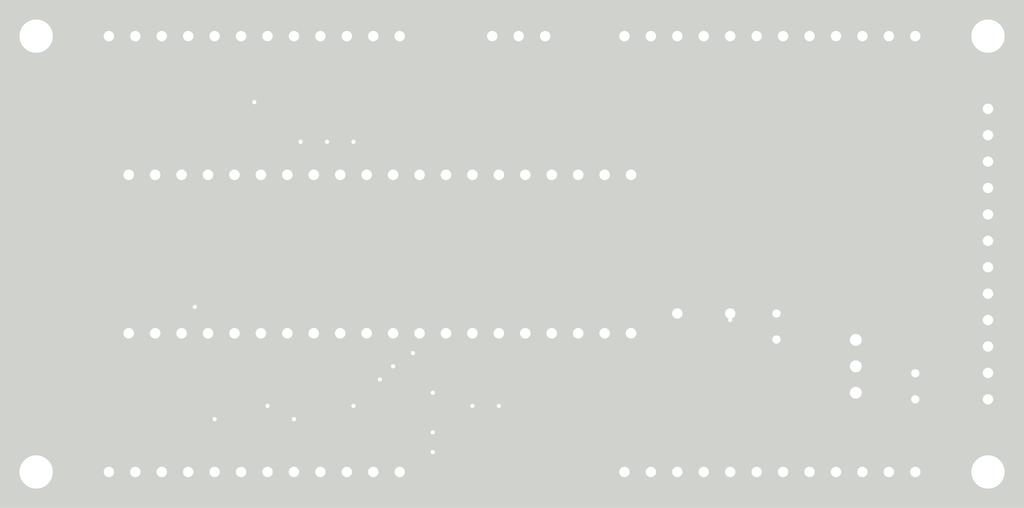
<source format=kicad_pcb>
(kicad_pcb (version 4) (host pcbnew 4.0.7+dfsg1-1~bpo9+1)

  (general
    (links 67)
    (no_connects 0)
    (area 0 0 0 0)
    (thickness 1.6)
    (drawings 53)
    (tracks 338)
    (zones 0)
    (modules 15)
    (nets 39)
  )

  (page A4)
  (layers
    (0 F.Cu signal)
    (31 B.Cu signal)
    (32 B.Adhes user)
    (33 F.Adhes user)
    (34 B.Paste user)
    (35 F.Paste user)
    (36 B.SilkS user)
    (37 F.SilkS user)
    (38 B.Mask user)
    (39 F.Mask user)
    (40 Dwgs.User user)
    (41 Cmts.User user)
    (42 Eco1.User user)
    (43 Eco2.User user)
    (44 Edge.Cuts user hide)
    (45 Margin user)
    (46 B.CrtYd user)
    (47 F.CrtYd user)
    (48 B.Fab user hide)
    (49 F.Fab user)
  )

  (setup
    (last_trace_width 0.5)
    (user_trace_width 0.5)
    (user_trace_width 0.5)
    (trace_clearance 0.2)
    (zone_clearance 0.508)
    (zone_45_only no)
    (trace_min 0.2)
    (segment_width 0.2)
    (edge_width 0.1)
    (via_size 0.6)
    (via_drill 0.4)
    (via_min_size 0.4)
    (via_min_drill 0.3)
    (uvia_size 0.3)
    (uvia_drill 0.1)
    (uvias_allowed no)
    (uvia_min_size 0.2)
    (uvia_min_drill 0.1)
    (pcb_text_width 0.3)
    (pcb_text_size 1.5 1.5)
    (mod_edge_width 0.15)
    (mod_text_size 1 1)
    (mod_text_width 0.15)
    (pad_size 1.5 1.5)
    (pad_drill 0.6)
    (pad_to_mask_clearance 0)
    (aux_axis_origin 0 0)
    (visible_elements FFFFFFFF)
    (pcbplotparams
      (layerselection 0x00030_80000001)
      (usegerberextensions false)
      (excludeedgelayer true)
      (linewidth 0.100000)
      (plotframeref false)
      (viasonmask false)
      (mode 1)
      (useauxorigin false)
      (hpglpennumber 1)
      (hpglpenspeed 20)
      (hpglpendiameter 15)
      (hpglpenoverlay 2)
      (psnegative false)
      (psa4output false)
      (plotreference true)
      (plotvalue true)
      (plotinvisibletext false)
      (padsonsilk false)
      (subtractmaskfromsilk false)
      (outputformat 1)
      (mirror false)
      (drillshape 1)
      (scaleselection 1)
      (outputdirectory ""))
  )

  (net 0 "")
  (net 1 /A5)
  (net 2 /A4)
  (net 3 /A3)
  (net 4 /A2)
  (net 5 /A1)
  (net 6 /A0)
  (net 7 /VCC)
  (net 8 /VIN)
  (net 9 /GND)
  (net 10 /A6)
  (net 11 /A7)
  (net 12 /B7)
  (net 13 /B6)
  (net 14 /A9)
  (net 15 /A10)
  (net 16 /B0)
  (net 17 /B1)
  (net 18 /B8)
  (net 19 /B9)
  (net 20 /B10)
  (net 21 /B11)
  (net 22 /B12)
  (net 23 /A8)
  (net 24 /A11)
  (net 25 /A12)
  (net 26 /A15)
  (net 27 /C15)
  (net 28 /C14)
  (net 29 /C13)
  (net 30 /B13)
  (net 31 /B14)
  (net 32 /B15)
  (net 33 /B3)
  (net 34 /B4)
  (net 35 /B5)
  (net 36 /5V)
  (net 37 "Net-(C2-Pad1)")
  (net 38 "Net-(O4-Pad2)")

  (net_class Default "This is the default net class."
    (clearance 0.2)
    (trace_width 0.25)
    (via_dia 0.6)
    (via_drill 0.4)
    (uvia_dia 0.3)
    (uvia_drill 0.1)
    (add_net /5V)
    (add_net /A0)
    (add_net /A1)
    (add_net /A10)
    (add_net /A11)
    (add_net /A12)
    (add_net /A15)
    (add_net /A2)
    (add_net /A3)
    (add_net /A4)
    (add_net /A5)
    (add_net /A6)
    (add_net /A7)
    (add_net /A8)
    (add_net /A9)
    (add_net /B0)
    (add_net /B1)
    (add_net /B10)
    (add_net /B11)
    (add_net /B12)
    (add_net /B13)
    (add_net /B14)
    (add_net /B15)
    (add_net /B3)
    (add_net /B4)
    (add_net /B5)
    (add_net /B6)
    (add_net /B7)
    (add_net /B8)
    (add_net /B9)
    (add_net /C13)
    (add_net /C14)
    (add_net /C15)
    (add_net /GND)
    (add_net /VCC)
    (add_net /VIN)
    (add_net "Net-(C2-Pad1)")
    (add_net "Net-(O4-Pad2)")
  )

  (module ePlayPretty:bluePill (layer F.Cu) (tedit 5ACA5DCF) (tstamp 5ACA01F0)
    (at 69.215 55.88 90)
    (descr http://wiki.stm32duino.com/images/a/ae/Bluepillpinout.gif)
    (path /5AC9EC24)
    (fp_text reference U1 (at 0 6.985 90) (layer F.Fab)
      (effects (font (size 1 1) (thickness 0.15)))
    )
    (fp_text value BluePill (at 0 21.082 180) (layer F.Fab)
      (effects (font (size 1 1) (thickness 0.15)))
    )
    (fp_text user USB (at 0 0.635 90) (layer F.SilkS)
      (effects (font (size 0.5 0.5) (thickness 0.075)))
    )
    (fp_line (start -9.144 -0.144) (end -9.144 53) (layer F.CrtYd) (width 0.15))
    (fp_line (start -9.144 53) (end 9.144 53) (layer F.CrtYd) (width 0.15))
    (fp_line (start 9.144 53) (end 9.144 -0.144) (layer F.CrtYd) (width 0.15))
    (fp_line (start 9.144 -0.144) (end -9.144 -0.144) (layer F.CrtYd) (width 0.15))
    (fp_line (start 3 1.2) (end 3 -1.2) (layer F.CrtYd) (width 0.15))
    (fp_line (start 3 -1.2) (end -3 -1.2) (layer F.CrtYd) (width 0.15))
    (fp_line (start -3 -1.2) (end -3 1.2) (layer F.CrtYd) (width 0.15))
    (fp_line (start -9 1.2) (end -9 52.4) (layer F.SilkS) (width 0.15))
    (fp_line (start -9 52.4) (end 9 52.4) (layer F.SilkS) (width 0.15))
    (fp_line (start 9 52.4) (end 9 1.2) (layer F.SilkS) (width 0.15))
    (fp_line (start 9 1.2) (end -9 1.2) (layer F.SilkS) (width 0.15))
    (pad 20 thru_hole circle (at 7.62 2.54 90) (size 1.7272 1.7272) (drill 1.016) (layers *.Cu *.Mask)
      (net 9 /GND))
    (pad 19 thru_hole circle (at 7.62 5.08 90) (size 1.7272 1.7272) (drill 1.016) (layers *.Cu *.Mask)
      (net 9 /GND))
    (pad 18 thru_hole circle (at 7.62 7.62 90) (size 1.7272 1.7272) (drill 1.016) (layers *.Cu *.Mask)
      (net 7 /VCC))
    (pad 17 thru_hole circle (at 7.62 10.16 90) (size 1.7272 1.7272) (drill 1.016) (layers *.Cu *.Mask))
    (pad 16 thru_hole circle (at 7.62 12.7 90) (size 1.7272 1.7272) (drill 1.016) (layers *.Cu *.Mask)
      (net 21 /B11))
    (pad 15 thru_hole circle (at 7.62 15.24 90) (size 1.7272 1.7272) (drill 1.016) (layers *.Cu *.Mask)
      (net 20 /B10))
    (pad 14 thru_hole circle (at 7.62 17.78 90) (size 1.7272 1.7272) (drill 1.016) (layers *.Cu *.Mask)
      (net 17 /B1))
    (pad 13 thru_hole circle (at 7.62 20.32 90) (size 1.7272 1.7272) (drill 1.016) (layers *.Cu *.Mask)
      (net 16 /B0))
    (pad 12 thru_hole circle (at 7.62 22.86 90) (size 1.7272 1.7272) (drill 1.016) (layers *.Cu *.Mask)
      (net 11 /A7))
    (pad 11 thru_hole circle (at 7.62 25.4 90) (size 1.7272 1.7272) (drill 1.016) (layers *.Cu *.Mask)
      (net 10 /A6))
    (pad 10 thru_hole circle (at 7.62 27.94 90) (size 1.7272 1.7272) (drill 1.016) (layers *.Cu *.Mask)
      (net 1 /A5))
    (pad 9 thru_hole circle (at 7.62 30.48 90) (size 1.7272 1.7272) (drill 1.016) (layers *.Cu *.Mask)
      (net 2 /A4))
    (pad 8 thru_hole circle (at 7.62 33.02 90) (size 1.7272 1.7272) (drill 1.016) (layers *.Cu *.Mask)
      (net 3 /A3))
    (pad 7 thru_hole circle (at 7.62 35.56 90) (size 1.7272 1.7272) (drill 1.016) (layers *.Cu *.Mask)
      (net 4 /A2))
    (pad 6 thru_hole circle (at 7.62 38.1 90) (size 1.7272 1.7272) (drill 1.016) (layers *.Cu *.Mask)
      (net 5 /A1))
    (pad 5 thru_hole circle (at 7.62 40.64 90) (size 1.7272 1.7272) (drill 1.016) (layers *.Cu *.Mask)
      (net 6 /A0))
    (pad 4 thru_hole circle (at 7.62 43.18 90) (size 1.7272 1.7272) (drill 1.016) (layers *.Cu *.Mask)
      (net 27 /C15))
    (pad 3 thru_hole circle (at 7.62 45.72 90) (size 1.7272 1.7272) (drill 1.016) (layers *.Cu *.Mask)
      (net 28 /C14))
    (pad 2 thru_hole circle (at 7.62 48.26 90) (size 1.7272 1.7272) (drill 1.016) (layers *.Cu *.Mask)
      (net 29 /C13))
    (pad 1 thru_hole circle (at 7.62 50.8 90) (size 1.7272 1.7272) (drill 1.016) (layers *.Cu *.Mask))
    (pad 21 thru_hole circle (at -7.62 2.54 90) (size 1.7272 1.7272) (drill 1.016) (layers *.Cu *.Mask)
      (net 22 /B12))
    (pad 22 thru_hole circle (at -7.62 5.08 90) (size 1.7272 1.7272) (drill 1.016) (layers *.Cu *.Mask)
      (net 30 /B13))
    (pad 23 thru_hole circle (at -7.62 7.62 90) (size 1.7272 1.7272) (drill 1.016) (layers *.Cu *.Mask)
      (net 31 /B14))
    (pad 24 thru_hole circle (at -7.62 10.16 90) (size 1.7272 1.7272) (drill 1.016) (layers *.Cu *.Mask)
      (net 32 /B15))
    (pad 25 thru_hole circle (at -7.62 12.7 90) (size 1.7272 1.7272) (drill 1.016) (layers *.Cu *.Mask)
      (net 23 /A8))
    (pad 26 thru_hole circle (at -7.62 15.24 90) (size 1.7272 1.7272) (drill 1.016) (layers *.Cu *.Mask)
      (net 14 /A9))
    (pad 27 thru_hole circle (at -7.62 17.78 90) (size 1.7272 1.7272) (drill 1.016) (layers *.Cu *.Mask)
      (net 15 /A10))
    (pad 28 thru_hole circle (at -7.62 20.32 90) (size 1.7272 1.7272) (drill 1.016) (layers *.Cu *.Mask)
      (net 24 /A11))
    (pad 29 thru_hole circle (at -7.62 22.86 90) (size 1.7272 1.7272) (drill 1.016) (layers *.Cu *.Mask)
      (net 25 /A12))
    (pad 30 thru_hole circle (at -7.62 25.4 90) (size 1.7272 1.7272) (drill 1.016) (layers *.Cu *.Mask)
      (net 26 /A15))
    (pad 31 thru_hole circle (at -7.62 27.94 90) (size 1.7272 1.7272) (drill 1.016) (layers *.Cu *.Mask)
      (net 33 /B3))
    (pad 32 thru_hole circle (at -7.62 30.48 90) (size 1.7272 1.7272) (drill 1.016) (layers *.Cu *.Mask)
      (net 34 /B4))
    (pad 33 thru_hole circle (at -7.62 33.02 90) (size 1.7272 1.7272) (drill 1.016) (layers *.Cu *.Mask)
      (net 35 /B5))
    (pad 34 thru_hole circle (at -7.62 35.56 90) (size 1.7272 1.7272) (drill 1.016) (layers *.Cu *.Mask)
      (net 13 /B6))
    (pad 35 thru_hole circle (at -7.62 38.1 90) (size 1.7272 1.7272) (drill 1.016) (layers *.Cu *.Mask)
      (net 12 /B7))
    (pad 36 thru_hole circle (at -7.62 40.64 90) (size 1.7272 1.7272) (drill 1.016) (layers *.Cu *.Mask)
      (net 18 /B8))
    (pad 37 thru_hole circle (at -7.62 43.18 90) (size 1.7272 1.7272) (drill 1.016) (layers *.Cu *.Mask)
      (net 19 /B9))
    (pad 38 thru_hole circle (at -7.62 45.72 90) (size 1.7272 1.7272) (drill 1.016) (layers *.Cu *.Mask)
      (net 36 /5V))
    (pad 39 thru_hole circle (at -7.62 48.26 90) (size 1.7272 1.7272) (drill 1.016) (layers *.Cu *.Mask)
      (net 9 /GND))
    (pad 40 thru_hole circle (at -7.62 50.8 90) (size 1.7272 1.7272) (drill 1.016) (layers *.Cu *.Mask)
      (net 7 /VCC))
  )

  (module Socket_Strips:Socket_Strip_Straight_1x12_Pitch2.54mm (layer F.Cu) (tedit 5ACA5E95) (tstamp 5AC36A5F)
    (at 147.32 76.835 270)
    (descr "Through hole straight socket strip, 1x12, 2.54mm pitch, single row")
    (tags "Through hole socket strip THT 1x12 2.54mm single row")
    (path /5AC3A80A)
    (fp_text reference O1 (at 0 -2.33 270) (layer F.SilkS)
      (effects (font (size 1 1) (thickness 0.15)))
    )
    (fp_text value SerialOutput (at 0 34.29 360) (layer F.Fab)
      (effects (font (size 1 1) (thickness 0.15)))
    )
    (fp_line (start -1.27 -1.27) (end -1.27 29.21) (layer F.Fab) (width 0.1))
    (fp_line (start -1.27 29.21) (end 1.27 29.21) (layer F.Fab) (width 0.1))
    (fp_line (start 1.27 29.21) (end 1.27 -1.27) (layer F.Fab) (width 0.1))
    (fp_line (start 1.27 -1.27) (end -1.27 -1.27) (layer F.Fab) (width 0.1))
    (fp_line (start -1.33 1.27) (end -1.33 29.27) (layer F.SilkS) (width 0.12))
    (fp_line (start -1.33 29.27) (end 1.33 29.27) (layer F.SilkS) (width 0.12))
    (fp_line (start 1.33 29.27) (end 1.33 1.27) (layer F.SilkS) (width 0.12))
    (fp_line (start 1.33 1.27) (end -1.33 1.27) (layer F.SilkS) (width 0.12))
    (fp_line (start -1.33 0) (end -1.33 -1.33) (layer F.SilkS) (width 0.12))
    (fp_line (start -1.33 -1.33) (end 0 -1.33) (layer F.SilkS) (width 0.12))
    (fp_line (start -1.8 -1.8) (end -1.8 29.75) (layer F.CrtYd) (width 0.05))
    (fp_line (start -1.8 29.75) (end 1.8 29.75) (layer F.CrtYd) (width 0.05))
    (fp_line (start 1.8 29.75) (end 1.8 -1.8) (layer F.CrtYd) (width 0.05))
    (fp_line (start 1.8 -1.8) (end -1.8 -1.8) (layer F.CrtYd) (width 0.05))
    (fp_text user %R (at 0 -2.33 270) (layer F.Fab)
      (effects (font (size 1 1) (thickness 0.15)))
    )
    (pad 1 thru_hole rect (at 0 0 270) (size 1.7 1.7) (drill 1) (layers *.Cu *.Mask)
      (net 8 /VIN))
    (pad 2 thru_hole oval (at 0 2.54 270) (size 1.7 1.7) (drill 1) (layers *.Cu *.Mask)
      (net 7 /VCC))
    (pad 3 thru_hole oval (at 0 5.08 270) (size 1.7 1.7) (drill 1) (layers *.Cu *.Mask)
      (net 9 /GND))
    (pad 4 thru_hole oval (at 0 7.62 270) (size 1.7 1.7) (drill 1) (layers *.Cu *.Mask))
    (pad 5 thru_hole oval (at 0 10.16 270) (size 1.7 1.7) (drill 1) (layers *.Cu *.Mask)
      (net 1 /A5))
    (pad 6 thru_hole oval (at 0 12.7 270) (size 1.7 1.7) (drill 1) (layers *.Cu *.Mask)
      (net 10 /A6))
    (pad 7 thru_hole oval (at 0 15.24 270) (size 1.7 1.7) (drill 1) (layers *.Cu *.Mask)
      (net 11 /A7))
    (pad 8 thru_hole oval (at 0 17.78 270) (size 1.7 1.7) (drill 1) (layers *.Cu *.Mask)
      (net 2 /A4))
    (pad 9 thru_hole oval (at 0 20.32 270) (size 1.7 1.7) (drill 1) (layers *.Cu *.Mask)
      (net 12 /B7))
    (pad 10 thru_hole oval (at 0 22.86 270) (size 1.7 1.7) (drill 1) (layers *.Cu *.Mask)
      (net 13 /B6))
    (pad 11 thru_hole oval (at 0 25.4 270) (size 1.7 1.7) (drill 1) (layers *.Cu *.Mask)
      (net 14 /A9))
    (pad 12 thru_hole oval (at 0 27.94 270) (size 1.7 1.7) (drill 1) (layers *.Cu *.Mask)
      (net 15 /A10))
    (model ${KISYS3DMOD}/Socket_Strips.3dshapes/Socket_Strip_Straight_1x12_Pitch2.54mm.wrl
      (at (xyz 0 -0.55 0))
      (scale (xyz 1 1 1))
      (rotate (xyz 0 0 270))
    )
  )

  (module Socket_Strips:Socket_Strip_Straight_1x12_Pitch2.54mm (layer F.Cu) (tedit 58CD5446) (tstamp 5ACB7725)
    (at 154.305 41.91)
    (descr "Through hole straight socket strip, 1x12, 2.54mm pitch, single row")
    (tags "Through hole socket strip THT 1x12 2.54mm single row")
    (path /5AC3A751)
    (fp_text reference O2 (at 0 -2.33) (layer F.SilkS)
      (effects (font (size 1 1) (thickness 0.15)))
    )
    (fp_text value Output (at 0 30.27) (layer F.Fab)
      (effects (font (size 1 1) (thickness 0.15)))
    )
    (fp_line (start -1.27 -1.27) (end -1.27 29.21) (layer F.Fab) (width 0.1))
    (fp_line (start -1.27 29.21) (end 1.27 29.21) (layer F.Fab) (width 0.1))
    (fp_line (start 1.27 29.21) (end 1.27 -1.27) (layer F.Fab) (width 0.1))
    (fp_line (start 1.27 -1.27) (end -1.27 -1.27) (layer F.Fab) (width 0.1))
    (fp_line (start -1.33 1.27) (end -1.33 29.27) (layer F.SilkS) (width 0.12))
    (fp_line (start -1.33 29.27) (end 1.33 29.27) (layer F.SilkS) (width 0.12))
    (fp_line (start 1.33 29.27) (end 1.33 1.27) (layer F.SilkS) (width 0.12))
    (fp_line (start 1.33 1.27) (end -1.33 1.27) (layer F.SilkS) (width 0.12))
    (fp_line (start -1.33 0) (end -1.33 -1.33) (layer F.SilkS) (width 0.12))
    (fp_line (start -1.33 -1.33) (end 0 -1.33) (layer F.SilkS) (width 0.12))
    (fp_line (start -1.8 -1.8) (end -1.8 29.75) (layer F.CrtYd) (width 0.05))
    (fp_line (start -1.8 29.75) (end 1.8 29.75) (layer F.CrtYd) (width 0.05))
    (fp_line (start 1.8 29.75) (end 1.8 -1.8) (layer F.CrtYd) (width 0.05))
    (fp_line (start 1.8 -1.8) (end -1.8 -1.8) (layer F.CrtYd) (width 0.05))
    (fp_text user %R (at 0 -2.33) (layer F.Fab)
      (effects (font (size 1 1) (thickness 0.15)))
    )
    (pad 1 thru_hole rect (at 0 0) (size 1.7 1.7) (drill 1) (layers *.Cu *.Mask)
      (net 8 /VIN))
    (pad 2 thru_hole oval (at 0 2.54) (size 1.7 1.7) (drill 1) (layers *.Cu *.Mask)
      (net 7 /VCC))
    (pad 3 thru_hole oval (at 0 5.08) (size 1.7 1.7) (drill 1) (layers *.Cu *.Mask)
      (net 9 /GND))
    (pad 4 thru_hole oval (at 0 7.62) (size 1.7 1.7) (drill 1) (layers *.Cu *.Mask))
    (pad 5 thru_hole oval (at 0 10.16) (size 1.7 1.7) (drill 1) (layers *.Cu *.Mask)
      (net 29 /C13))
    (pad 6 thru_hole oval (at 0 12.7) (size 1.7 1.7) (drill 1) (layers *.Cu *.Mask)
      (net 28 /C14))
    (pad 7 thru_hole oval (at 0 15.24) (size 1.7 1.7) (drill 1) (layers *.Cu *.Mask)
      (net 27 /C15))
    (pad 8 thru_hole oval (at 0 17.78) (size 1.7 1.7) (drill 1) (layers *.Cu *.Mask)
      (net 16 /B0))
    (pad 9 thru_hole oval (at 0 20.32) (size 1.7 1.7) (drill 1) (layers *.Cu *.Mask)
      (net 17 /B1))
    (pad 10 thru_hole oval (at 0 22.86) (size 1.7 1.7) (drill 1) (layers *.Cu *.Mask)
      (net 33 /B3))
    (pad 11 thru_hole oval (at 0 25.4) (size 1.7 1.7) (drill 1) (layers *.Cu *.Mask)
      (net 34 /B4))
    (pad 12 thru_hole oval (at 0 27.94) (size 1.7 1.7) (drill 1) (layers *.Cu *.Mask)
      (net 35 /B5))
    (model ${KISYS3DMOD}/Socket_Strips.3dshapes/Socket_Strip_Straight_1x12_Pitch2.54mm.wrl
      (at (xyz 0 -0.55 0))
      (scale (xyz 1 1 1))
      (rotate (xyz 0 0 270))
    )
  )

  (module Socket_Strips:Socket_Strip_Straight_1x12_Pitch2.54mm (layer F.Cu) (tedit 5ACB367C) (tstamp 5ACB7743)
    (at 119.38 34.925 90)
    (descr "Through hole straight socket strip, 1x12, 2.54mm pitch, single row")
    (tags "Through hole socket strip THT 1x12 2.54mm single row")
    (path /5AC3A8AB)
    (fp_text reference O3 (at 0 -2.33 90) (layer F.SilkS)
      (effects (font (size 1 1) (thickness 0.15)))
    )
    (fp_text value Output (at 0 3.81 180) (layer F.Fab)
      (effects (font (size 1 1) (thickness 0.15)))
    )
    (fp_line (start -1.27 -1.27) (end -1.27 29.21) (layer F.Fab) (width 0.1))
    (fp_line (start -1.27 29.21) (end 1.27 29.21) (layer F.Fab) (width 0.1))
    (fp_line (start 1.27 29.21) (end 1.27 -1.27) (layer F.Fab) (width 0.1))
    (fp_line (start 1.27 -1.27) (end -1.27 -1.27) (layer F.Fab) (width 0.1))
    (fp_line (start -1.33 1.27) (end -1.33 29.27) (layer F.SilkS) (width 0.12))
    (fp_line (start -1.33 29.27) (end 1.33 29.27) (layer F.SilkS) (width 0.12))
    (fp_line (start 1.33 29.27) (end 1.33 1.27) (layer F.SilkS) (width 0.12))
    (fp_line (start 1.33 1.27) (end -1.33 1.27) (layer F.SilkS) (width 0.12))
    (fp_line (start -1.33 0) (end -1.33 -1.33) (layer F.SilkS) (width 0.12))
    (fp_line (start -1.33 -1.33) (end 0 -1.33) (layer F.SilkS) (width 0.12))
    (fp_line (start -1.8 -1.8) (end -1.8 29.75) (layer F.CrtYd) (width 0.05))
    (fp_line (start -1.8 29.75) (end 1.8 29.75) (layer F.CrtYd) (width 0.05))
    (fp_line (start 1.8 29.75) (end 1.8 -1.8) (layer F.CrtYd) (width 0.05))
    (fp_line (start 1.8 -1.8) (end -1.8 -1.8) (layer F.CrtYd) (width 0.05))
    (fp_text user %R (at 0 -2.33 90) (layer F.Fab)
      (effects (font (size 1 1) (thickness 0.15)))
    )
    (pad 1 thru_hole rect (at 0 0 90) (size 1.7 1.7) (drill 1) (layers *.Cu *.Mask)
      (net 8 /VIN))
    (pad 2 thru_hole oval (at 0 2.54 90) (size 1.7 1.7) (drill 1) (layers *.Cu *.Mask)
      (net 7 /VCC))
    (pad 3 thru_hole oval (at 0 5.08 90) (size 1.7 1.7) (drill 1) (layers *.Cu *.Mask)
      (net 9 /GND))
    (pad 4 thru_hole oval (at 0 7.62 90) (size 1.7 1.7) (drill 1) (layers *.Cu *.Mask))
    (pad 5 thru_hole oval (at 0 10.16 90) (size 1.7 1.7) (drill 1) (layers *.Cu *.Mask)
      (net 11 /A7))
    (pad 6 thru_hole oval (at 0 12.7 90) (size 1.7 1.7) (drill 1) (layers *.Cu *.Mask)
      (net 10 /A6))
    (pad 7 thru_hole oval (at 0 15.24 90) (size 1.7 1.7) (drill 1) (layers *.Cu *.Mask)
      (net 1 /A5))
    (pad 8 thru_hole oval (at 0 17.78 90) (size 1.7 1.7) (drill 1) (layers *.Cu *.Mask)
      (net 2 /A4))
    (pad 9 thru_hole oval (at 0 20.32 90) (size 1.7 1.7) (drill 1) (layers *.Cu *.Mask)
      (net 3 /A3))
    (pad 10 thru_hole oval (at 0 22.86 90) (size 1.7 1.7) (drill 1) (layers *.Cu *.Mask)
      (net 4 /A2))
    (pad 11 thru_hole oval (at 0 25.4 90) (size 1.7 1.7) (drill 1) (layers *.Cu *.Mask)
      (net 5 /A1))
    (pad 12 thru_hole oval (at 0 27.94 90) (size 1.7 1.7) (drill 1) (layers *.Cu *.Mask)
      (net 6 /A0))
    (model ${KISYS3DMOD}/Socket_Strips.3dshapes/Socket_Strip_Straight_1x12_Pitch2.54mm.wrl
      (at (xyz 0 -0.55 0))
      (scale (xyz 1 1 1))
      (rotate (xyz 0 0 270))
    )
  )

  (module Mounting_Holes:MountingHole_3.2mm_M3 (layer F.Cu) (tedit 5ACA5EEE) (tstamp 5AD37429)
    (at 154.305 34.925)
    (descr "Mounting Hole 3.2mm, no annular, M3")
    (tags "mounting hole 3.2mm no annular m3")
    (fp_text reference X (at 0 0) (layer F.Fab)
      (effects (font (size 1 1) (thickness 0.15)))
    )
    (fp_text value M3 (at 0 2.54) (layer F.Fab)
      (effects (font (size 1 1) (thickness 0.15)))
    )
    (fp_circle (center 0 0) (end 3.2 0) (layer Cmts.User) (width 0.15))
    (fp_circle (center 0 0) (end 3.45 0) (layer F.CrtYd) (width 0.05))
    (pad 1 np_thru_hole circle (at 0 0) (size 3.2 3.2) (drill 3.2) (layers *.Cu *.Mask))
  )

  (module Mounting_Holes:MountingHole_3.2mm_M3 (layer F.Cu) (tedit 5AC36F82) (tstamp 5AD3745B)
    (at 154.305 76.835)
    (descr "Mounting Hole 3.2mm, no annular, M3")
    (tags "mounting hole 3.2mm no annular m3")
    (fp_text reference "" (at 0 -4.2) (layer F.Fab)
      (effects (font (size 1 1) (thickness 0.15)))
    )
    (fp_text value M3 (at 0 -2.54) (layer F.Fab)
      (effects (font (size 1 1) (thickness 0.15)))
    )
    (fp_circle (center 0 0) (end 3.2 0) (layer Cmts.User) (width 0.15))
    (fp_circle (center 0 0) (end 3.45 0) (layer F.CrtYd) (width 0.05))
    (pad 1 np_thru_hole circle (at 0 0) (size 3.2 3.2) (drill 3.2) (layers *.Cu *.Mask))
  )

  (module Mounting_Holes:MountingHole_3.2mm_M3 (layer F.Cu) (tedit 5AC36FB5) (tstamp 5AD37483)
    (at 62.865 76.835)
    (descr "Mounting Hole 3.2mm, no annular, M3")
    (tags "mounting hole 3.2mm no annular m3")
    (fp_text reference "" (at 0 -4.2) (layer F.Fab)
      (effects (font (size 1 1) (thickness 0.15)))
    )
    (fp_text value M3 (at 0 -2.54) (layer F.Fab)
      (effects (font (size 1 1) (thickness 0.15)))
    )
    (fp_circle (center 0 0) (end 3.2 0) (layer Cmts.User) (width 0.15))
    (fp_circle (center 0 0) (end 3.45 0) (layer F.CrtYd) (width 0.05))
    (pad 1 np_thru_hole circle (at 0 0) (size 3.2 3.2) (drill 3.2) (layers *.Cu *.Mask))
  )

  (module Mounting_Holes:MountingHole_3.2mm_M3 (layer F.Cu) (tedit 5ACA5F07) (tstamp 5AD374E5)
    (at 62.865 34.925)
    (descr "Mounting Hole 3.2mm, no annular, M3")
    (tags "mounting hole 3.2mm no annular m3")
    (fp_text reference X (at 0 0) (layer F.Fab)
      (effects (font (size 1 1) (thickness 0.15)))
    )
    (fp_text value M3 (at 0 2.54) (layer F.Fab)
      (effects (font (size 1 1) (thickness 0.15)))
    )
    (fp_circle (center 0 0) (end 3.2 0) (layer Cmts.User) (width 0.15))
    (fp_circle (center 0 0) (end 3.45 0) (layer F.CrtYd) (width 0.05))
    (pad 1 np_thru_hole circle (at 0 0) (size 3.2 3.2) (drill 3.2) (layers *.Cu *.Mask))
  )

  (module Socket_Strips:Socket_Strip_Straight_1x12_Pitch2.54mm (layer F.Cu) (tedit 5ACB3682) (tstamp 5AC9FB90)
    (at 69.85 34.925 90)
    (descr "Through hole straight socket strip, 1x12, 2.54mm pitch, single row")
    (tags "Through hole socket strip THT 1x12 2.54mm single row")
    (path /5AC9FE6A)
    (fp_text reference O4 (at 0 -2.33 90) (layer F.SilkS)
      (effects (font (size 1 1) (thickness 0.15)))
    )
    (fp_text value Output (at 0.635 25.4 180) (layer F.Fab)
      (effects (font (size 1 1) (thickness 0.15)))
    )
    (fp_line (start -1.27 -1.27) (end -1.27 29.21) (layer F.Fab) (width 0.1))
    (fp_line (start -1.27 29.21) (end 1.27 29.21) (layer F.Fab) (width 0.1))
    (fp_line (start 1.27 29.21) (end 1.27 -1.27) (layer F.Fab) (width 0.1))
    (fp_line (start 1.27 -1.27) (end -1.27 -1.27) (layer F.Fab) (width 0.1))
    (fp_line (start -1.33 1.27) (end -1.33 29.27) (layer F.SilkS) (width 0.12))
    (fp_line (start -1.33 29.27) (end 1.33 29.27) (layer F.SilkS) (width 0.12))
    (fp_line (start 1.33 29.27) (end 1.33 1.27) (layer F.SilkS) (width 0.12))
    (fp_line (start 1.33 1.27) (end -1.33 1.27) (layer F.SilkS) (width 0.12))
    (fp_line (start -1.33 0) (end -1.33 -1.33) (layer F.SilkS) (width 0.12))
    (fp_line (start -1.33 -1.33) (end 0 -1.33) (layer F.SilkS) (width 0.12))
    (fp_line (start -1.8 -1.8) (end -1.8 29.75) (layer F.CrtYd) (width 0.05))
    (fp_line (start -1.8 29.75) (end 1.8 29.75) (layer F.CrtYd) (width 0.05))
    (fp_line (start 1.8 29.75) (end 1.8 -1.8) (layer F.CrtYd) (width 0.05))
    (fp_line (start 1.8 -1.8) (end -1.8 -1.8) (layer F.CrtYd) (width 0.05))
    (fp_text user %R (at 0 -2.33 90) (layer F.Fab)
      (effects (font (size 1 1) (thickness 0.15)))
    )
    (pad 1 thru_hole rect (at 0 0 90) (size 1.7 1.7) (drill 1) (layers *.Cu *.Mask)
      (net 8 /VIN))
    (pad 2 thru_hole oval (at 0 2.54 90) (size 1.7 1.7) (drill 1) (layers *.Cu *.Mask)
      (net 38 "Net-(O4-Pad2)"))
    (pad 3 thru_hole oval (at 0 5.08 90) (size 1.7 1.7) (drill 1) (layers *.Cu *.Mask)
      (net 9 /GND))
    (pad 4 thru_hole oval (at 0 7.62 90) (size 1.7 1.7) (drill 1) (layers *.Cu *.Mask))
    (pad 5 thru_hole oval (at 0 10.16 90) (size 1.7 1.7) (drill 1) (layers *.Cu *.Mask)
      (net 22 /B12))
    (pad 6 thru_hole oval (at 0 12.7 90) (size 1.7 1.7) (drill 1) (layers *.Cu *.Mask)
      (net 30 /B13))
    (pad 7 thru_hole oval (at 0 15.24 90) (size 1.7 1.7) (drill 1) (layers *.Cu *.Mask)
      (net 24 /A11))
    (pad 8 thru_hole oval (at 0 17.78 90) (size 1.7 1.7) (drill 1) (layers *.Cu *.Mask)
      (net 25 /A12))
    (pad 9 thru_hole oval (at 0 20.32 90) (size 1.7 1.7) (drill 1) (layers *.Cu *.Mask)
      (net 26 /A15))
    (pad 10 thru_hole oval (at 0 22.86 90) (size 1.7 1.7) (drill 1) (layers *.Cu *.Mask)
      (net 23 /A8))
    (pad 11 thru_hole oval (at 0 25.4 90) (size 1.7 1.7) (drill 1) (layers *.Cu *.Mask)
      (net 18 /B8))
    (pad 12 thru_hole oval (at 0 27.94 90) (size 1.7 1.7) (drill 1) (layers *.Cu *.Mask)
      (net 19 /B9))
    (model ${KISYS3DMOD}/Socket_Strips.3dshapes/Socket_Strip_Straight_1x12_Pitch2.54mm.wrl
      (at (xyz 0 -0.55 0))
      (scale (xyz 1 1 1))
      (rotate (xyz 0 0 270))
    )
  )

  (module Socket_Strips:Socket_Strip_Straight_1x12_Pitch2.54mm (layer F.Cu) (tedit 5ACA5E90) (tstamp 5AC9FBAF)
    (at 97.79 76.835 270)
    (descr "Through hole straight socket strip, 1x12, 2.54mm pitch, single row")
    (tags "Through hole socket strip THT 1x12 2.54mm single row")
    (path /5ACA07B3)
    (fp_text reference O5 (at 0 -2.33 270) (layer F.SilkS)
      (effects (font (size 1 1) (thickness 0.15)))
    )
    (fp_text value SerialOutput (at 0 -7.62 360) (layer F.Fab)
      (effects (font (size 1 1) (thickness 0.15)))
    )
    (fp_line (start -1.27 -1.27) (end -1.27 29.21) (layer F.Fab) (width 0.1))
    (fp_line (start -1.27 29.21) (end 1.27 29.21) (layer F.Fab) (width 0.1))
    (fp_line (start 1.27 29.21) (end 1.27 -1.27) (layer F.Fab) (width 0.1))
    (fp_line (start 1.27 -1.27) (end -1.27 -1.27) (layer F.Fab) (width 0.1))
    (fp_line (start -1.33 1.27) (end -1.33 29.27) (layer F.SilkS) (width 0.12))
    (fp_line (start -1.33 29.27) (end 1.33 29.27) (layer F.SilkS) (width 0.12))
    (fp_line (start 1.33 29.27) (end 1.33 1.27) (layer F.SilkS) (width 0.12))
    (fp_line (start 1.33 1.27) (end -1.33 1.27) (layer F.SilkS) (width 0.12))
    (fp_line (start -1.33 0) (end -1.33 -1.33) (layer F.SilkS) (width 0.12))
    (fp_line (start -1.33 -1.33) (end 0 -1.33) (layer F.SilkS) (width 0.12))
    (fp_line (start -1.8 -1.8) (end -1.8 29.75) (layer F.CrtYd) (width 0.05))
    (fp_line (start -1.8 29.75) (end 1.8 29.75) (layer F.CrtYd) (width 0.05))
    (fp_line (start 1.8 29.75) (end 1.8 -1.8) (layer F.CrtYd) (width 0.05))
    (fp_line (start 1.8 -1.8) (end -1.8 -1.8) (layer F.CrtYd) (width 0.05))
    (fp_text user %R (at 0 -2.33 270) (layer F.Fab)
      (effects (font (size 1 1) (thickness 0.15)))
    )
    (pad 1 thru_hole rect (at 0 0 270) (size 1.7 1.7) (drill 1) (layers *.Cu *.Mask)
      (net 8 /VIN))
    (pad 2 thru_hole oval (at 0 2.54 270) (size 1.7 1.7) (drill 1) (layers *.Cu *.Mask)
      (net 7 /VCC))
    (pad 3 thru_hole oval (at 0 5.08 270) (size 1.7 1.7) (drill 1) (layers *.Cu *.Mask)
      (net 9 /GND))
    (pad 4 thru_hole oval (at 0 7.62 270) (size 1.7 1.7) (drill 1) (layers *.Cu *.Mask))
    (pad 5 thru_hole oval (at 0 10.16 270) (size 1.7 1.7) (drill 1) (layers *.Cu *.Mask)
      (net 30 /B13))
    (pad 6 thru_hole oval (at 0 12.7 270) (size 1.7 1.7) (drill 1) (layers *.Cu *.Mask)
      (net 31 /B14))
    (pad 7 thru_hole oval (at 0 15.24 270) (size 1.7 1.7) (drill 1) (layers *.Cu *.Mask)
      (net 32 /B15))
    (pad 8 thru_hole oval (at 0 17.78 270) (size 1.7 1.7) (drill 1) (layers *.Cu *.Mask)
      (net 22 /B12))
    (pad 9 thru_hole oval (at 0 20.32 270) (size 1.7 1.7) (drill 1) (layers *.Cu *.Mask)
      (net 21 /B11))
    (pad 10 thru_hole oval (at 0 22.86 270) (size 1.7 1.7) (drill 1) (layers *.Cu *.Mask)
      (net 20 /B10))
    (pad 11 thru_hole oval (at 0 25.4 270) (size 1.7 1.7) (drill 1) (layers *.Cu *.Mask)
      (net 4 /A2))
    (pad 12 thru_hole oval (at 0 27.94 270) (size 1.7 1.7) (drill 1) (layers *.Cu *.Mask)
      (net 3 /A3))
    (model ${KISYS3DMOD}/Socket_Strips.3dshapes/Socket_Strip_Straight_1x12_Pitch2.54mm.wrl
      (at (xyz 0 -0.55 0))
      (scale (xyz 1 1 1))
      (rotate (xyz 0 0 270))
    )
  )

  (module Capacitors_THT:CP_Radial_D6.3mm_P2.50mm (layer F.Cu) (tedit 5ACA5DBB) (tstamp 5ACA33B7)
    (at 147.32 69.85 90)
    (descr "CP, Radial series, Radial, pin pitch=2.50mm, , diameter=6.3mm, Electrolytic Capacitor")
    (tags "CP Radial series Radial pin pitch 2.50mm  diameter 6.3mm Electrolytic Capacitor")
    (path /5ACA411D)
    (fp_text reference C1 (at -0.635 -1.905 180) (layer F.SilkS)
      (effects (font (size 1 1) (thickness 0.15)))
    )
    (fp_text value C (at 1.25 4.46 90) (layer F.Fab)
      (effects (font (size 1 1) (thickness 0.15)))
    )
    (fp_arc (start 1.25 0) (end -1.767482 -1.18) (angle 137.3) (layer F.SilkS) (width 0.12))
    (fp_arc (start 1.25 0) (end -1.767482 1.18) (angle -137.3) (layer F.SilkS) (width 0.12))
    (fp_arc (start 1.25 0) (end 4.267482 -1.18) (angle 42.7) (layer F.SilkS) (width 0.12))
    (fp_circle (center 1.25 0) (end 4.4 0) (layer F.Fab) (width 0.1))
    (fp_line (start -2.2 0) (end -1 0) (layer F.Fab) (width 0.1))
    (fp_line (start -1.6 -0.65) (end -1.6 0.65) (layer F.Fab) (width 0.1))
    (fp_line (start 1.25 -3.2) (end 1.25 3.2) (layer F.SilkS) (width 0.12))
    (fp_line (start 1.29 -3.2) (end 1.29 3.2) (layer F.SilkS) (width 0.12))
    (fp_line (start 1.33 -3.2) (end 1.33 3.2) (layer F.SilkS) (width 0.12))
    (fp_line (start 1.37 -3.198) (end 1.37 3.198) (layer F.SilkS) (width 0.12))
    (fp_line (start 1.41 -3.197) (end 1.41 3.197) (layer F.SilkS) (width 0.12))
    (fp_line (start 1.45 -3.194) (end 1.45 3.194) (layer F.SilkS) (width 0.12))
    (fp_line (start 1.49 -3.192) (end 1.49 3.192) (layer F.SilkS) (width 0.12))
    (fp_line (start 1.53 -3.188) (end 1.53 -0.98) (layer F.SilkS) (width 0.12))
    (fp_line (start 1.53 0.98) (end 1.53 3.188) (layer F.SilkS) (width 0.12))
    (fp_line (start 1.57 -3.185) (end 1.57 -0.98) (layer F.SilkS) (width 0.12))
    (fp_line (start 1.57 0.98) (end 1.57 3.185) (layer F.SilkS) (width 0.12))
    (fp_line (start 1.61 -3.18) (end 1.61 -0.98) (layer F.SilkS) (width 0.12))
    (fp_line (start 1.61 0.98) (end 1.61 3.18) (layer F.SilkS) (width 0.12))
    (fp_line (start 1.65 -3.176) (end 1.65 -0.98) (layer F.SilkS) (width 0.12))
    (fp_line (start 1.65 0.98) (end 1.65 3.176) (layer F.SilkS) (width 0.12))
    (fp_line (start 1.69 -3.17) (end 1.69 -0.98) (layer F.SilkS) (width 0.12))
    (fp_line (start 1.69 0.98) (end 1.69 3.17) (layer F.SilkS) (width 0.12))
    (fp_line (start 1.73 -3.165) (end 1.73 -0.98) (layer F.SilkS) (width 0.12))
    (fp_line (start 1.73 0.98) (end 1.73 3.165) (layer F.SilkS) (width 0.12))
    (fp_line (start 1.77 -3.158) (end 1.77 -0.98) (layer F.SilkS) (width 0.12))
    (fp_line (start 1.77 0.98) (end 1.77 3.158) (layer F.SilkS) (width 0.12))
    (fp_line (start 1.81 -3.152) (end 1.81 -0.98) (layer F.SilkS) (width 0.12))
    (fp_line (start 1.81 0.98) (end 1.81 3.152) (layer F.SilkS) (width 0.12))
    (fp_line (start 1.85 -3.144) (end 1.85 -0.98) (layer F.SilkS) (width 0.12))
    (fp_line (start 1.85 0.98) (end 1.85 3.144) (layer F.SilkS) (width 0.12))
    (fp_line (start 1.89 -3.137) (end 1.89 -0.98) (layer F.SilkS) (width 0.12))
    (fp_line (start 1.89 0.98) (end 1.89 3.137) (layer F.SilkS) (width 0.12))
    (fp_line (start 1.93 -3.128) (end 1.93 -0.98) (layer F.SilkS) (width 0.12))
    (fp_line (start 1.93 0.98) (end 1.93 3.128) (layer F.SilkS) (width 0.12))
    (fp_line (start 1.971 -3.119) (end 1.971 -0.98) (layer F.SilkS) (width 0.12))
    (fp_line (start 1.971 0.98) (end 1.971 3.119) (layer F.SilkS) (width 0.12))
    (fp_line (start 2.011 -3.11) (end 2.011 -0.98) (layer F.SilkS) (width 0.12))
    (fp_line (start 2.011 0.98) (end 2.011 3.11) (layer F.SilkS) (width 0.12))
    (fp_line (start 2.051 -3.1) (end 2.051 -0.98) (layer F.SilkS) (width 0.12))
    (fp_line (start 2.051 0.98) (end 2.051 3.1) (layer F.SilkS) (width 0.12))
    (fp_line (start 2.091 -3.09) (end 2.091 -0.98) (layer F.SilkS) (width 0.12))
    (fp_line (start 2.091 0.98) (end 2.091 3.09) (layer F.SilkS) (width 0.12))
    (fp_line (start 2.131 -3.079) (end 2.131 -0.98) (layer F.SilkS) (width 0.12))
    (fp_line (start 2.131 0.98) (end 2.131 3.079) (layer F.SilkS) (width 0.12))
    (fp_line (start 2.171 -3.067) (end 2.171 -0.98) (layer F.SilkS) (width 0.12))
    (fp_line (start 2.171 0.98) (end 2.171 3.067) (layer F.SilkS) (width 0.12))
    (fp_line (start 2.211 -3.055) (end 2.211 -0.98) (layer F.SilkS) (width 0.12))
    (fp_line (start 2.211 0.98) (end 2.211 3.055) (layer F.SilkS) (width 0.12))
    (fp_line (start 2.251 -3.042) (end 2.251 -0.98) (layer F.SilkS) (width 0.12))
    (fp_line (start 2.251 0.98) (end 2.251 3.042) (layer F.SilkS) (width 0.12))
    (fp_line (start 2.291 -3.029) (end 2.291 -0.98) (layer F.SilkS) (width 0.12))
    (fp_line (start 2.291 0.98) (end 2.291 3.029) (layer F.SilkS) (width 0.12))
    (fp_line (start 2.331 -3.015) (end 2.331 -0.98) (layer F.SilkS) (width 0.12))
    (fp_line (start 2.331 0.98) (end 2.331 3.015) (layer F.SilkS) (width 0.12))
    (fp_line (start 2.371 -3.001) (end 2.371 -0.98) (layer F.SilkS) (width 0.12))
    (fp_line (start 2.371 0.98) (end 2.371 3.001) (layer F.SilkS) (width 0.12))
    (fp_line (start 2.411 -2.986) (end 2.411 -0.98) (layer F.SilkS) (width 0.12))
    (fp_line (start 2.411 0.98) (end 2.411 2.986) (layer F.SilkS) (width 0.12))
    (fp_line (start 2.451 -2.97) (end 2.451 -0.98) (layer F.SilkS) (width 0.12))
    (fp_line (start 2.451 0.98) (end 2.451 2.97) (layer F.SilkS) (width 0.12))
    (fp_line (start 2.491 -2.954) (end 2.491 -0.98) (layer F.SilkS) (width 0.12))
    (fp_line (start 2.491 0.98) (end 2.491 2.954) (layer F.SilkS) (width 0.12))
    (fp_line (start 2.531 -2.937) (end 2.531 -0.98) (layer F.SilkS) (width 0.12))
    (fp_line (start 2.531 0.98) (end 2.531 2.937) (layer F.SilkS) (width 0.12))
    (fp_line (start 2.571 -2.919) (end 2.571 -0.98) (layer F.SilkS) (width 0.12))
    (fp_line (start 2.571 0.98) (end 2.571 2.919) (layer F.SilkS) (width 0.12))
    (fp_line (start 2.611 -2.901) (end 2.611 -0.98) (layer F.SilkS) (width 0.12))
    (fp_line (start 2.611 0.98) (end 2.611 2.901) (layer F.SilkS) (width 0.12))
    (fp_line (start 2.651 -2.882) (end 2.651 -0.98) (layer F.SilkS) (width 0.12))
    (fp_line (start 2.651 0.98) (end 2.651 2.882) (layer F.SilkS) (width 0.12))
    (fp_line (start 2.691 -2.863) (end 2.691 -0.98) (layer F.SilkS) (width 0.12))
    (fp_line (start 2.691 0.98) (end 2.691 2.863) (layer F.SilkS) (width 0.12))
    (fp_line (start 2.731 -2.843) (end 2.731 -0.98) (layer F.SilkS) (width 0.12))
    (fp_line (start 2.731 0.98) (end 2.731 2.843) (layer F.SilkS) (width 0.12))
    (fp_line (start 2.771 -2.822) (end 2.771 -0.98) (layer F.SilkS) (width 0.12))
    (fp_line (start 2.771 0.98) (end 2.771 2.822) (layer F.SilkS) (width 0.12))
    (fp_line (start 2.811 -2.8) (end 2.811 -0.98) (layer F.SilkS) (width 0.12))
    (fp_line (start 2.811 0.98) (end 2.811 2.8) (layer F.SilkS) (width 0.12))
    (fp_line (start 2.851 -2.778) (end 2.851 -0.98) (layer F.SilkS) (width 0.12))
    (fp_line (start 2.851 0.98) (end 2.851 2.778) (layer F.SilkS) (width 0.12))
    (fp_line (start 2.891 -2.755) (end 2.891 -0.98) (layer F.SilkS) (width 0.12))
    (fp_line (start 2.891 0.98) (end 2.891 2.755) (layer F.SilkS) (width 0.12))
    (fp_line (start 2.931 -2.731) (end 2.931 -0.98) (layer F.SilkS) (width 0.12))
    (fp_line (start 2.931 0.98) (end 2.931 2.731) (layer F.SilkS) (width 0.12))
    (fp_line (start 2.971 -2.706) (end 2.971 -0.98) (layer F.SilkS) (width 0.12))
    (fp_line (start 2.971 0.98) (end 2.971 2.706) (layer F.SilkS) (width 0.12))
    (fp_line (start 3.011 -2.681) (end 3.011 -0.98) (layer F.SilkS) (width 0.12))
    (fp_line (start 3.011 0.98) (end 3.011 2.681) (layer F.SilkS) (width 0.12))
    (fp_line (start 3.051 -2.654) (end 3.051 -0.98) (layer F.SilkS) (width 0.12))
    (fp_line (start 3.051 0.98) (end 3.051 2.654) (layer F.SilkS) (width 0.12))
    (fp_line (start 3.091 -2.627) (end 3.091 -0.98) (layer F.SilkS) (width 0.12))
    (fp_line (start 3.091 0.98) (end 3.091 2.627) (layer F.SilkS) (width 0.12))
    (fp_line (start 3.131 -2.599) (end 3.131 -0.98) (layer F.SilkS) (width 0.12))
    (fp_line (start 3.131 0.98) (end 3.131 2.599) (layer F.SilkS) (width 0.12))
    (fp_line (start 3.171 -2.57) (end 3.171 -0.98) (layer F.SilkS) (width 0.12))
    (fp_line (start 3.171 0.98) (end 3.171 2.57) (layer F.SilkS) (width 0.12))
    (fp_line (start 3.211 -2.54) (end 3.211 -0.98) (layer F.SilkS) (width 0.12))
    (fp_line (start 3.211 0.98) (end 3.211 2.54) (layer F.SilkS) (width 0.12))
    (fp_line (start 3.251 -2.51) (end 3.251 -0.98) (layer F.SilkS) (width 0.12))
    (fp_line (start 3.251 0.98) (end 3.251 2.51) (layer F.SilkS) (width 0.12))
    (fp_line (start 3.291 -2.478) (end 3.291 -0.98) (layer F.SilkS) (width 0.12))
    (fp_line (start 3.291 0.98) (end 3.291 2.478) (layer F.SilkS) (width 0.12))
    (fp_line (start 3.331 -2.445) (end 3.331 -0.98) (layer F.SilkS) (width 0.12))
    (fp_line (start 3.331 0.98) (end 3.331 2.445) (layer F.SilkS) (width 0.12))
    (fp_line (start 3.371 -2.411) (end 3.371 -0.98) (layer F.SilkS) (width 0.12))
    (fp_line (start 3.371 0.98) (end 3.371 2.411) (layer F.SilkS) (width 0.12))
    (fp_line (start 3.411 -2.375) (end 3.411 -0.98) (layer F.SilkS) (width 0.12))
    (fp_line (start 3.411 0.98) (end 3.411 2.375) (layer F.SilkS) (width 0.12))
    (fp_line (start 3.451 -2.339) (end 3.451 -0.98) (layer F.SilkS) (width 0.12))
    (fp_line (start 3.451 0.98) (end 3.451 2.339) (layer F.SilkS) (width 0.12))
    (fp_line (start 3.491 -2.301) (end 3.491 2.301) (layer F.SilkS) (width 0.12))
    (fp_line (start 3.531 -2.262) (end 3.531 2.262) (layer F.SilkS) (width 0.12))
    (fp_line (start 3.571 -2.222) (end 3.571 2.222) (layer F.SilkS) (width 0.12))
    (fp_line (start 3.611 -2.18) (end 3.611 2.18) (layer F.SilkS) (width 0.12))
    (fp_line (start 3.651 -2.137) (end 3.651 2.137) (layer F.SilkS) (width 0.12))
    (fp_line (start 3.691 -2.092) (end 3.691 2.092) (layer F.SilkS) (width 0.12))
    (fp_line (start 3.731 -2.045) (end 3.731 2.045) (layer F.SilkS) (width 0.12))
    (fp_line (start 3.771 -1.997) (end 3.771 1.997) (layer F.SilkS) (width 0.12))
    (fp_line (start 3.811 -1.946) (end 3.811 1.946) (layer F.SilkS) (width 0.12))
    (fp_line (start 3.851 -1.894) (end 3.851 1.894) (layer F.SilkS) (width 0.12))
    (fp_line (start 3.891 -1.839) (end 3.891 1.839) (layer F.SilkS) (width 0.12))
    (fp_line (start 3.931 -1.781) (end 3.931 1.781) (layer F.SilkS) (width 0.12))
    (fp_line (start 3.971 -1.721) (end 3.971 1.721) (layer F.SilkS) (width 0.12))
    (fp_line (start 4.011 -1.658) (end 4.011 1.658) (layer F.SilkS) (width 0.12))
    (fp_line (start 4.051 -1.591) (end 4.051 1.591) (layer F.SilkS) (width 0.12))
    (fp_line (start 4.091 -1.52) (end 4.091 1.52) (layer F.SilkS) (width 0.12))
    (fp_line (start 4.131 -1.445) (end 4.131 1.445) (layer F.SilkS) (width 0.12))
    (fp_line (start 4.171 -1.364) (end 4.171 1.364) (layer F.SilkS) (width 0.12))
    (fp_line (start 4.211 -1.278) (end 4.211 1.278) (layer F.SilkS) (width 0.12))
    (fp_line (start 4.251 -1.184) (end 4.251 1.184) (layer F.SilkS) (width 0.12))
    (fp_line (start 4.291 -1.081) (end 4.291 1.081) (layer F.SilkS) (width 0.12))
    (fp_line (start 4.331 -0.966) (end 4.331 0.966) (layer F.SilkS) (width 0.12))
    (fp_line (start 4.371 -0.834) (end 4.371 0.834) (layer F.SilkS) (width 0.12))
    (fp_line (start 4.411 -0.676) (end 4.411 0.676) (layer F.SilkS) (width 0.12))
    (fp_line (start 4.451 -0.468) (end 4.451 0.468) (layer F.SilkS) (width 0.12))
    (fp_line (start -2.2 0) (end -1 0) (layer F.SilkS) (width 0.12))
    (fp_line (start -1.6 -0.65) (end -1.6 0.65) (layer F.SilkS) (width 0.12))
    (fp_line (start -2.25 -3.5) (end -2.25 3.5) (layer F.CrtYd) (width 0.05))
    (fp_line (start -2.25 3.5) (end 4.75 3.5) (layer F.CrtYd) (width 0.05))
    (fp_line (start 4.75 3.5) (end 4.75 -3.5) (layer F.CrtYd) (width 0.05))
    (fp_line (start 4.75 -3.5) (end -2.25 -3.5) (layer F.CrtYd) (width 0.05))
    (fp_text user %R (at -0.635 -1.905 180) (layer F.Fab)
      (effects (font (size 1 1) (thickness 0.15)))
    )
    (pad 1 thru_hole rect (at 0 0 90) (size 1.6 1.6) (drill 0.8) (layers *.Cu *.Mask)
      (net 8 /VIN))
    (pad 2 thru_hole circle (at 2.5 0 90) (size 1.6 1.6) (drill 0.8) (layers *.Cu *.Mask)
      (net 9 /GND))
    (model ${KISYS3DMOD}/Capacitors_THT.3dshapes/CP_Radial_D6.3mm_P2.50mm.wrl
      (at (xyz 0 0 0))
      (scale (xyz 1 1 1))
      (rotate (xyz 0 0 0))
    )
  )

  (module Capacitors_THT:CP_Radial_D6.3mm_P2.50mm (layer F.Cu) (tedit 5ACA5DB7) (tstamp 5ACA344C)
    (at 133.985 61.595 270)
    (descr "CP, Radial series, Radial, pin pitch=2.50mm, , diameter=6.3mm, Electrolytic Capacitor")
    (tags "CP Radial series Radial pin pitch 2.50mm  diameter 6.3mm Electrolytic Capacitor")
    (path /5ACA4158)
    (fp_text reference C2 (at -1.27 1.905 360) (layer F.SilkS)
      (effects (font (size 1 1) (thickness 0.15)))
    )
    (fp_text value C (at 1.25 4.46 270) (layer F.Fab)
      (effects (font (size 1 1) (thickness 0.15)))
    )
    (fp_arc (start 1.25 0) (end -1.767482 -1.18) (angle 137.3) (layer F.SilkS) (width 0.12))
    (fp_arc (start 1.25 0) (end -1.767482 1.18) (angle -137.3) (layer F.SilkS) (width 0.12))
    (fp_arc (start 1.25 0) (end 4.267482 -1.18) (angle 42.7) (layer F.SilkS) (width 0.12))
    (fp_circle (center 1.25 0) (end 4.4 0) (layer F.Fab) (width 0.1))
    (fp_line (start -2.2 0) (end -1 0) (layer F.Fab) (width 0.1))
    (fp_line (start -1.6 -0.65) (end -1.6 0.65) (layer F.Fab) (width 0.1))
    (fp_line (start 1.25 -3.2) (end 1.25 3.2) (layer F.SilkS) (width 0.12))
    (fp_line (start 1.29 -3.2) (end 1.29 3.2) (layer F.SilkS) (width 0.12))
    (fp_line (start 1.33 -3.2) (end 1.33 3.2) (layer F.SilkS) (width 0.12))
    (fp_line (start 1.37 -3.198) (end 1.37 3.198) (layer F.SilkS) (width 0.12))
    (fp_line (start 1.41 -3.197) (end 1.41 3.197) (layer F.SilkS) (width 0.12))
    (fp_line (start 1.45 -3.194) (end 1.45 3.194) (layer F.SilkS) (width 0.12))
    (fp_line (start 1.49 -3.192) (end 1.49 3.192) (layer F.SilkS) (width 0.12))
    (fp_line (start 1.53 -3.188) (end 1.53 -0.98) (layer F.SilkS) (width 0.12))
    (fp_line (start 1.53 0.98) (end 1.53 3.188) (layer F.SilkS) (width 0.12))
    (fp_line (start 1.57 -3.185) (end 1.57 -0.98) (layer F.SilkS) (width 0.12))
    (fp_line (start 1.57 0.98) (end 1.57 3.185) (layer F.SilkS) (width 0.12))
    (fp_line (start 1.61 -3.18) (end 1.61 -0.98) (layer F.SilkS) (width 0.12))
    (fp_line (start 1.61 0.98) (end 1.61 3.18) (layer F.SilkS) (width 0.12))
    (fp_line (start 1.65 -3.176) (end 1.65 -0.98) (layer F.SilkS) (width 0.12))
    (fp_line (start 1.65 0.98) (end 1.65 3.176) (layer F.SilkS) (width 0.12))
    (fp_line (start 1.69 -3.17) (end 1.69 -0.98) (layer F.SilkS) (width 0.12))
    (fp_line (start 1.69 0.98) (end 1.69 3.17) (layer F.SilkS) (width 0.12))
    (fp_line (start 1.73 -3.165) (end 1.73 -0.98) (layer F.SilkS) (width 0.12))
    (fp_line (start 1.73 0.98) (end 1.73 3.165) (layer F.SilkS) (width 0.12))
    (fp_line (start 1.77 -3.158) (end 1.77 -0.98) (layer F.SilkS) (width 0.12))
    (fp_line (start 1.77 0.98) (end 1.77 3.158) (layer F.SilkS) (width 0.12))
    (fp_line (start 1.81 -3.152) (end 1.81 -0.98) (layer F.SilkS) (width 0.12))
    (fp_line (start 1.81 0.98) (end 1.81 3.152) (layer F.SilkS) (width 0.12))
    (fp_line (start 1.85 -3.144) (end 1.85 -0.98) (layer F.SilkS) (width 0.12))
    (fp_line (start 1.85 0.98) (end 1.85 3.144) (layer F.SilkS) (width 0.12))
    (fp_line (start 1.89 -3.137) (end 1.89 -0.98) (layer F.SilkS) (width 0.12))
    (fp_line (start 1.89 0.98) (end 1.89 3.137) (layer F.SilkS) (width 0.12))
    (fp_line (start 1.93 -3.128) (end 1.93 -0.98) (layer F.SilkS) (width 0.12))
    (fp_line (start 1.93 0.98) (end 1.93 3.128) (layer F.SilkS) (width 0.12))
    (fp_line (start 1.971 -3.119) (end 1.971 -0.98) (layer F.SilkS) (width 0.12))
    (fp_line (start 1.971 0.98) (end 1.971 3.119) (layer F.SilkS) (width 0.12))
    (fp_line (start 2.011 -3.11) (end 2.011 -0.98) (layer F.SilkS) (width 0.12))
    (fp_line (start 2.011 0.98) (end 2.011 3.11) (layer F.SilkS) (width 0.12))
    (fp_line (start 2.051 -3.1) (end 2.051 -0.98) (layer F.SilkS) (width 0.12))
    (fp_line (start 2.051 0.98) (end 2.051 3.1) (layer F.SilkS) (width 0.12))
    (fp_line (start 2.091 -3.09) (end 2.091 -0.98) (layer F.SilkS) (width 0.12))
    (fp_line (start 2.091 0.98) (end 2.091 3.09) (layer F.SilkS) (width 0.12))
    (fp_line (start 2.131 -3.079) (end 2.131 -0.98) (layer F.SilkS) (width 0.12))
    (fp_line (start 2.131 0.98) (end 2.131 3.079) (layer F.SilkS) (width 0.12))
    (fp_line (start 2.171 -3.067) (end 2.171 -0.98) (layer F.SilkS) (width 0.12))
    (fp_line (start 2.171 0.98) (end 2.171 3.067) (layer F.SilkS) (width 0.12))
    (fp_line (start 2.211 -3.055) (end 2.211 -0.98) (layer F.SilkS) (width 0.12))
    (fp_line (start 2.211 0.98) (end 2.211 3.055) (layer F.SilkS) (width 0.12))
    (fp_line (start 2.251 -3.042) (end 2.251 -0.98) (layer F.SilkS) (width 0.12))
    (fp_line (start 2.251 0.98) (end 2.251 3.042) (layer F.SilkS) (width 0.12))
    (fp_line (start 2.291 -3.029) (end 2.291 -0.98) (layer F.SilkS) (width 0.12))
    (fp_line (start 2.291 0.98) (end 2.291 3.029) (layer F.SilkS) (width 0.12))
    (fp_line (start 2.331 -3.015) (end 2.331 -0.98) (layer F.SilkS) (width 0.12))
    (fp_line (start 2.331 0.98) (end 2.331 3.015) (layer F.SilkS) (width 0.12))
    (fp_line (start 2.371 -3.001) (end 2.371 -0.98) (layer F.SilkS) (width 0.12))
    (fp_line (start 2.371 0.98) (end 2.371 3.001) (layer F.SilkS) (width 0.12))
    (fp_line (start 2.411 -2.986) (end 2.411 -0.98) (layer F.SilkS) (width 0.12))
    (fp_line (start 2.411 0.98) (end 2.411 2.986) (layer F.SilkS) (width 0.12))
    (fp_line (start 2.451 -2.97) (end 2.451 -0.98) (layer F.SilkS) (width 0.12))
    (fp_line (start 2.451 0.98) (end 2.451 2.97) (layer F.SilkS) (width 0.12))
    (fp_line (start 2.491 -2.954) (end 2.491 -0.98) (layer F.SilkS) (width 0.12))
    (fp_line (start 2.491 0.98) (end 2.491 2.954) (layer F.SilkS) (width 0.12))
    (fp_line (start 2.531 -2.937) (end 2.531 -0.98) (layer F.SilkS) (width 0.12))
    (fp_line (start 2.531 0.98) (end 2.531 2.937) (layer F.SilkS) (width 0.12))
    (fp_line (start 2.571 -2.919) (end 2.571 -0.98) (layer F.SilkS) (width 0.12))
    (fp_line (start 2.571 0.98) (end 2.571 2.919) (layer F.SilkS) (width 0.12))
    (fp_line (start 2.611 -2.901) (end 2.611 -0.98) (layer F.SilkS) (width 0.12))
    (fp_line (start 2.611 0.98) (end 2.611 2.901) (layer F.SilkS) (width 0.12))
    (fp_line (start 2.651 -2.882) (end 2.651 -0.98) (layer F.SilkS) (width 0.12))
    (fp_line (start 2.651 0.98) (end 2.651 2.882) (layer F.SilkS) (width 0.12))
    (fp_line (start 2.691 -2.863) (end 2.691 -0.98) (layer F.SilkS) (width 0.12))
    (fp_line (start 2.691 0.98) (end 2.691 2.863) (layer F.SilkS) (width 0.12))
    (fp_line (start 2.731 -2.843) (end 2.731 -0.98) (layer F.SilkS) (width 0.12))
    (fp_line (start 2.731 0.98) (end 2.731 2.843) (layer F.SilkS) (width 0.12))
    (fp_line (start 2.771 -2.822) (end 2.771 -0.98) (layer F.SilkS) (width 0.12))
    (fp_line (start 2.771 0.98) (end 2.771 2.822) (layer F.SilkS) (width 0.12))
    (fp_line (start 2.811 -2.8) (end 2.811 -0.98) (layer F.SilkS) (width 0.12))
    (fp_line (start 2.811 0.98) (end 2.811 2.8) (layer F.SilkS) (width 0.12))
    (fp_line (start 2.851 -2.778) (end 2.851 -0.98) (layer F.SilkS) (width 0.12))
    (fp_line (start 2.851 0.98) (end 2.851 2.778) (layer F.SilkS) (width 0.12))
    (fp_line (start 2.891 -2.755) (end 2.891 -0.98) (layer F.SilkS) (width 0.12))
    (fp_line (start 2.891 0.98) (end 2.891 2.755) (layer F.SilkS) (width 0.12))
    (fp_line (start 2.931 -2.731) (end 2.931 -0.98) (layer F.SilkS) (width 0.12))
    (fp_line (start 2.931 0.98) (end 2.931 2.731) (layer F.SilkS) (width 0.12))
    (fp_line (start 2.971 -2.706) (end 2.971 -0.98) (layer F.SilkS) (width 0.12))
    (fp_line (start 2.971 0.98) (end 2.971 2.706) (layer F.SilkS) (width 0.12))
    (fp_line (start 3.011 -2.681) (end 3.011 -0.98) (layer F.SilkS) (width 0.12))
    (fp_line (start 3.011 0.98) (end 3.011 2.681) (layer F.SilkS) (width 0.12))
    (fp_line (start 3.051 -2.654) (end 3.051 -0.98) (layer F.SilkS) (width 0.12))
    (fp_line (start 3.051 0.98) (end 3.051 2.654) (layer F.SilkS) (width 0.12))
    (fp_line (start 3.091 -2.627) (end 3.091 -0.98) (layer F.SilkS) (width 0.12))
    (fp_line (start 3.091 0.98) (end 3.091 2.627) (layer F.SilkS) (width 0.12))
    (fp_line (start 3.131 -2.599) (end 3.131 -0.98) (layer F.SilkS) (width 0.12))
    (fp_line (start 3.131 0.98) (end 3.131 2.599) (layer F.SilkS) (width 0.12))
    (fp_line (start 3.171 -2.57) (end 3.171 -0.98) (layer F.SilkS) (width 0.12))
    (fp_line (start 3.171 0.98) (end 3.171 2.57) (layer F.SilkS) (width 0.12))
    (fp_line (start 3.211 -2.54) (end 3.211 -0.98) (layer F.SilkS) (width 0.12))
    (fp_line (start 3.211 0.98) (end 3.211 2.54) (layer F.SilkS) (width 0.12))
    (fp_line (start 3.251 -2.51) (end 3.251 -0.98) (layer F.SilkS) (width 0.12))
    (fp_line (start 3.251 0.98) (end 3.251 2.51) (layer F.SilkS) (width 0.12))
    (fp_line (start 3.291 -2.478) (end 3.291 -0.98) (layer F.SilkS) (width 0.12))
    (fp_line (start 3.291 0.98) (end 3.291 2.478) (layer F.SilkS) (width 0.12))
    (fp_line (start 3.331 -2.445) (end 3.331 -0.98) (layer F.SilkS) (width 0.12))
    (fp_line (start 3.331 0.98) (end 3.331 2.445) (layer F.SilkS) (width 0.12))
    (fp_line (start 3.371 -2.411) (end 3.371 -0.98) (layer F.SilkS) (width 0.12))
    (fp_line (start 3.371 0.98) (end 3.371 2.411) (layer F.SilkS) (width 0.12))
    (fp_line (start 3.411 -2.375) (end 3.411 -0.98) (layer F.SilkS) (width 0.12))
    (fp_line (start 3.411 0.98) (end 3.411 2.375) (layer F.SilkS) (width 0.12))
    (fp_line (start 3.451 -2.339) (end 3.451 -0.98) (layer F.SilkS) (width 0.12))
    (fp_line (start 3.451 0.98) (end 3.451 2.339) (layer F.SilkS) (width 0.12))
    (fp_line (start 3.491 -2.301) (end 3.491 2.301) (layer F.SilkS) (width 0.12))
    (fp_line (start 3.531 -2.262) (end 3.531 2.262) (layer F.SilkS) (width 0.12))
    (fp_line (start 3.571 -2.222) (end 3.571 2.222) (layer F.SilkS) (width 0.12))
    (fp_line (start 3.611 -2.18) (end 3.611 2.18) (layer F.SilkS) (width 0.12))
    (fp_line (start 3.651 -2.137) (end 3.651 2.137) (layer F.SilkS) (width 0.12))
    (fp_line (start 3.691 -2.092) (end 3.691 2.092) (layer F.SilkS) (width 0.12))
    (fp_line (start 3.731 -2.045) (end 3.731 2.045) (layer F.SilkS) (width 0.12))
    (fp_line (start 3.771 -1.997) (end 3.771 1.997) (layer F.SilkS) (width 0.12))
    (fp_line (start 3.811 -1.946) (end 3.811 1.946) (layer F.SilkS) (width 0.12))
    (fp_line (start 3.851 -1.894) (end 3.851 1.894) (layer F.SilkS) (width 0.12))
    (fp_line (start 3.891 -1.839) (end 3.891 1.839) (layer F.SilkS) (width 0.12))
    (fp_line (start 3.931 -1.781) (end 3.931 1.781) (layer F.SilkS) (width 0.12))
    (fp_line (start 3.971 -1.721) (end 3.971 1.721) (layer F.SilkS) (width 0.12))
    (fp_line (start 4.011 -1.658) (end 4.011 1.658) (layer F.SilkS) (width 0.12))
    (fp_line (start 4.051 -1.591) (end 4.051 1.591) (layer F.SilkS) (width 0.12))
    (fp_line (start 4.091 -1.52) (end 4.091 1.52) (layer F.SilkS) (width 0.12))
    (fp_line (start 4.131 -1.445) (end 4.131 1.445) (layer F.SilkS) (width 0.12))
    (fp_line (start 4.171 -1.364) (end 4.171 1.364) (layer F.SilkS) (width 0.12))
    (fp_line (start 4.211 -1.278) (end 4.211 1.278) (layer F.SilkS) (width 0.12))
    (fp_line (start 4.251 -1.184) (end 4.251 1.184) (layer F.SilkS) (width 0.12))
    (fp_line (start 4.291 -1.081) (end 4.291 1.081) (layer F.SilkS) (width 0.12))
    (fp_line (start 4.331 -0.966) (end 4.331 0.966) (layer F.SilkS) (width 0.12))
    (fp_line (start 4.371 -0.834) (end 4.371 0.834) (layer F.SilkS) (width 0.12))
    (fp_line (start 4.411 -0.676) (end 4.411 0.676) (layer F.SilkS) (width 0.12))
    (fp_line (start 4.451 -0.468) (end 4.451 0.468) (layer F.SilkS) (width 0.12))
    (fp_line (start -2.2 0) (end -1 0) (layer F.SilkS) (width 0.12))
    (fp_line (start -1.6 -0.65) (end -1.6 0.65) (layer F.SilkS) (width 0.12))
    (fp_line (start -2.25 -3.5) (end -2.25 3.5) (layer F.CrtYd) (width 0.05))
    (fp_line (start -2.25 3.5) (end 4.75 3.5) (layer F.CrtYd) (width 0.05))
    (fp_line (start 4.75 3.5) (end 4.75 -3.5) (layer F.CrtYd) (width 0.05))
    (fp_line (start 4.75 -3.5) (end -2.25 -3.5) (layer F.CrtYd) (width 0.05))
    (fp_text user %R (at -1.27 1.905 360) (layer F.Fab)
      (effects (font (size 1 1) (thickness 0.15)))
    )
    (pad 1 thru_hole rect (at 0 0 270) (size 1.6 1.6) (drill 0.8) (layers *.Cu *.Mask)
      (net 37 "Net-(C2-Pad1)"))
    (pad 2 thru_hole circle (at 2.5 0 270) (size 1.6 1.6) (drill 0.8) (layers *.Cu *.Mask)
      (net 9 /GND))
    (model ${KISYS3DMOD}/Capacitors_THT.3dshapes/CP_Radial_D6.3mm_P2.50mm.wrl
      (at (xyz 0 0 0))
      (scale (xyz 1 1 1))
      (rotate (xyz 0 0 0))
    )
  )

  (module Diodes_THT:D_T-1_P5.08mm_Horizontal (layer F.Cu) (tedit 5ACA5DAF) (tstamp 5ACA3465)
    (at 124.46 61.595)
    (descr "D, T-1 series, Axial, Horizontal, pin pitch=5.08mm, , length*diameter=3.2*2.6mm^2, , http://www.diodes.com/_files/packages/T-1.pdf")
    (tags "D T-1 series Axial Horizontal pin pitch 5.08mm  length 3.2mm diameter 2.6mm")
    (path /5ACA4326)
    (fp_text reference D1 (at 2.54 0) (layer F.SilkS)
      (effects (font (size 1 1) (thickness 0.15)))
    )
    (fp_text value D (at 2.54 2.36) (layer F.Fab)
      (effects (font (size 1 1) (thickness 0.15)))
    )
    (fp_text user %R (at 2.54 0) (layer F.Fab)
      (effects (font (size 1 1) (thickness 0.15)))
    )
    (fp_line (start 0.94 -1.3) (end 0.94 1.3) (layer F.Fab) (width 0.1))
    (fp_line (start 0.94 1.3) (end 4.14 1.3) (layer F.Fab) (width 0.1))
    (fp_line (start 4.14 1.3) (end 4.14 -1.3) (layer F.Fab) (width 0.1))
    (fp_line (start 4.14 -1.3) (end 0.94 -1.3) (layer F.Fab) (width 0.1))
    (fp_line (start 0 0) (end 0.94 0) (layer F.Fab) (width 0.1))
    (fp_line (start 5.08 0) (end 4.14 0) (layer F.Fab) (width 0.1))
    (fp_line (start 1.42 -1.3) (end 1.42 1.3) (layer F.Fab) (width 0.1))
    (fp_line (start 0.88 -1.18) (end 0.88 -1.36) (layer F.SilkS) (width 0.12))
    (fp_line (start 0.88 -1.36) (end 4.2 -1.36) (layer F.SilkS) (width 0.12))
    (fp_line (start 4.2 -1.36) (end 4.2 -1.18) (layer F.SilkS) (width 0.12))
    (fp_line (start 0.88 1.18) (end 0.88 1.36) (layer F.SilkS) (width 0.12))
    (fp_line (start 0.88 1.36) (end 4.2 1.36) (layer F.SilkS) (width 0.12))
    (fp_line (start 4.2 1.36) (end 4.2 1.18) (layer F.SilkS) (width 0.12))
    (fp_line (start 1.42 -1.36) (end 1.42 1.36) (layer F.SilkS) (width 0.12))
    (fp_line (start -1.25 -1.65) (end -1.25 1.65) (layer F.CrtYd) (width 0.05))
    (fp_line (start -1.25 1.65) (end 6.35 1.65) (layer F.CrtYd) (width 0.05))
    (fp_line (start 6.35 1.65) (end 6.35 -1.65) (layer F.CrtYd) (width 0.05))
    (fp_line (start 6.35 -1.65) (end -1.25 -1.65) (layer F.CrtYd) (width 0.05))
    (pad 1 thru_hole rect (at 0 0) (size 2 2) (drill 1) (layers *.Cu *.Mask)
      (net 36 /5V))
    (pad 2 thru_hole oval (at 5.08 0) (size 2 2) (drill 1) (layers *.Cu *.Mask)
      (net 37 "Net-(C2-Pad1)"))
    (model ${KISYS3DMOD}/Diodes_THT.3dshapes/D_T-1_P5.08mm_Horizontal.wrl
      (at (xyz 0 0 0))
      (scale (xyz 0.393701 0.393701 0.393701))
      (rotate (xyz 0 0 0))
    )
  )

  (module Power_Integrations:TO-220 (layer F.Cu) (tedit 5ACA5D9E) (tstamp 5ACA3476)
    (at 141.605 66.675 90)
    (descr "Non Isolated JEDEC TO-220 Package")
    (tags "Power Integration YN Package")
    (path /5ACA407A)
    (fp_text reference U2 (at 0 -1.905 90) (layer F.SilkS)
      (effects (font (size 1 1) (thickness 0.15)))
    )
    (fp_text value L7805 (at 0 -4.318 90) (layer F.Fab)
      (effects (font (size 1 1) (thickness 0.15)))
    )
    (fp_line (start 4.826 -1.651) (end 4.826 1.778) (layer F.SilkS) (width 0.15))
    (fp_line (start -4.826 -1.651) (end -4.826 1.778) (layer F.SilkS) (width 0.15))
    (fp_line (start 5.334 -2.794) (end -5.334 -2.794) (layer F.SilkS) (width 0.15))
    (fp_line (start 1.778 -1.778) (end 1.778 -3.048) (layer F.SilkS) (width 0.15))
    (fp_line (start -1.778 -1.778) (end -1.778 -3.048) (layer F.SilkS) (width 0.15))
    (fp_line (start -5.334 -1.651) (end 5.334 -1.651) (layer F.SilkS) (width 0.15))
    (fp_line (start 5.334 1.778) (end -5.334 1.778) (layer F.SilkS) (width 0.15))
    (fp_line (start -5.334 -3.048) (end -5.334 1.778) (layer F.SilkS) (width 0.15))
    (fp_line (start 5.334 -3.048) (end 5.334 1.778) (layer F.SilkS) (width 0.15))
    (fp_line (start 5.334 -3.048) (end -5.334 -3.048) (layer F.SilkS) (width 0.15))
    (pad 2 thru_hole oval (at 0 0 90) (size 2.032 2.54) (drill 1.143) (layers *.Cu *.Mask)
      (net 9 /GND))
    (pad 3 thru_hole oval (at 2.54 0 90) (size 2.032 2.54) (drill 1.143) (layers *.Cu *.Mask)
      (net 37 "Net-(C2-Pad1)"))
    (pad 1 thru_hole oval (at -2.54 0 90) (size 2.032 2.54) (drill 1.143) (layers *.Cu *.Mask)
      (net 8 /VIN))
  )

  (module Pin_Headers:Pin_Header_Straight_1x03_Pitch2.54mm (layer F.Cu) (tedit 5ACB3676) (tstamp 5ACB3635)
    (at 106.68 34.925 90)
    (descr "Through hole straight pin header, 1x03, 2.54mm pitch, single row")
    (tags "Through hole pin header THT 1x03 2.54mm single row")
    (path /5ACB3745)
    (fp_text reference SW1 (at -0.635 3.81 180) (layer F.SilkS)
      (effects (font (size 1 1) (thickness 0.15)))
    )
    (fp_text value SW_SPDT (at 1.27 2.54 180) (layer F.Fab)
      (effects (font (size 1 1) (thickness 0.15)))
    )
    (fp_line (start -0.635 -1.27) (end 1.27 -1.27) (layer F.Fab) (width 0.1))
    (fp_line (start 1.27 -1.27) (end 1.27 6.35) (layer F.Fab) (width 0.1))
    (fp_line (start 1.27 6.35) (end -1.27 6.35) (layer F.Fab) (width 0.1))
    (fp_line (start -1.27 6.35) (end -1.27 -0.635) (layer F.Fab) (width 0.1))
    (fp_line (start -1.27 -0.635) (end -0.635 -1.27) (layer F.Fab) (width 0.1))
    (fp_line (start -1.33 6.41) (end 1.33 6.41) (layer F.SilkS) (width 0.12))
    (fp_line (start -1.33 1.27) (end -1.33 6.41) (layer F.SilkS) (width 0.12))
    (fp_line (start 1.33 1.27) (end 1.33 6.41) (layer F.SilkS) (width 0.12))
    (fp_line (start -1.33 1.27) (end 1.33 1.27) (layer F.SilkS) (width 0.12))
    (fp_line (start -1.33 0) (end -1.33 -1.33) (layer F.SilkS) (width 0.12))
    (fp_line (start -1.33 -1.33) (end 0 -1.33) (layer F.SilkS) (width 0.12))
    (fp_line (start -1.8 -1.8) (end -1.8 6.85) (layer F.CrtYd) (width 0.05))
    (fp_line (start -1.8 6.85) (end 1.8 6.85) (layer F.CrtYd) (width 0.05))
    (fp_line (start 1.8 6.85) (end 1.8 -1.8) (layer F.CrtYd) (width 0.05))
    (fp_line (start 1.8 -1.8) (end -1.8 -1.8) (layer F.CrtYd) (width 0.05))
    (fp_text user %R (at 0 2.54 180) (layer F.Fab)
      (effects (font (size 1 1) (thickness 0.15)))
    )
    (pad 1 thru_hole rect (at 0 0 90) (size 1.7 1.7) (drill 1) (layers *.Cu *.Mask)
      (net 36 /5V))
    (pad 2 thru_hole oval (at 0 2.54 90) (size 1.7 1.7) (drill 1) (layers *.Cu *.Mask)
      (net 38 "Net-(O4-Pad2)"))
    (pad 3 thru_hole oval (at 0 5.08 90) (size 1.7 1.7) (drill 1) (layers *.Cu *.Mask)
      (net 7 /VCC))
    (model ${KISYS3DMOD}/Pin_Headers.3dshapes/Pin_Header_Straight_1x03_Pitch2.54mm.wrl
      (at (xyz 0 0 0))
      (scale (xyz 1 1 1))
      (rotate (xyz 0 0 0))
    )
  )

  (gr_line (start 100.965 34.925) (end 101.6 35.56) (angle 90) (layer F.SilkS) (width 0.2))
  (gr_line (start 100.965 34.925) (end 101.6 34.29) (angle 90) (layer F.SilkS) (width 0.2))
  (gr_line (start 104.14 34.925) (end 100.965 34.925) (angle 90) (layer F.SilkS) (width 0.2))
  (gr_line (start 100.965 34.925) (end 104.14 34.925) (angle 90) (layer F.SilkS) (width 0.2))
  (gr_text "OTHER VOLTAGE" (at 109.855 40.64) (layer F.SilkS)
    (effects (font (size 1 1) (thickness 0.2)))
  )
  (gr_text 3.3V (at 112.395 38.735) (layer F.SilkS)
    (effects (font (size 1.5 1.5) (thickness 0.3)))
  )
  (gr_text 5V (at 106.045 38.735) (layer F.SilkS)
    (effects (font (size 1.5 1.5) (thickness 0.3)))
  )
  (gr_text B12 (at 80.01 37.465 90) (layer F.SilkS)
    (effects (font (size 1 1) (thickness 0.2)) (justify right))
  )
  (gr_text B5 (at 152.4 62.23) (layer F.SilkS)
    (effects (font (size 1 1) (thickness 0.2)) (justify right))
  )
  (gr_text B4 (at 152.4 59.69) (layer F.SilkS)
    (effects (font (size 1 1) (thickness 0.2)) (justify right))
  )
  (gr_text A0 (at 147.32 37.465 90) (layer F.SilkS)
    (effects (font (size 1 1) (thickness 0.2)) (justify right))
  )
  (gr_text A1 (at 144.78 37.465 90) (layer F.SilkS)
    (effects (font (size 1 1) (thickness 0.2)) (justify right))
  )
  (gr_text A2 (at 142.24 37.465 90) (layer F.SilkS)
    (effects (font (size 1 1) (thickness 0.2)) (justify right))
  )
  (gr_text A3 (at 139.7 37.465 90) (layer F.SilkS)
    (effects (font (size 1 1) (thickness 0.2)) (justify right))
  )
  (gr_text A4 (at 137.16 37.465 90) (layer F.SilkS)
    (effects (font (size 1 1) (thickness 0.2)) (justify right))
  )
  (gr_text A5 (at 134.62 37.465 90) (layer F.SilkS)
    (effects (font (size 1 1) (thickness 0.2)) (justify right))
  )
  (gr_text A6 (at 132.08 37.465 90) (layer F.SilkS)
    (effects (font (size 1 1) (thickness 0.2)) (justify right))
  )
  (gr_text A7 (at 129.54 37.465 90) (layer F.SilkS)
    (effects (font (size 1 1) (thickness 0.2)) (justify right))
  )
  (gr_text B13 (at 82.55 37.465 90) (layer F.SilkS)
    (effects (font (size 1 1) (thickness 0.2)) (justify right))
  )
  (gr_text C13 (at 97.79 37.465 90) (layer F.SilkS)
    (effects (font (size 1 1) (thickness 0.2)) (justify right))
  )
  (gr_text C14 (at 95.25 37.465 90) (layer F.SilkS)
    (effects (font (size 1 1) (thickness 0.2)) (justify right))
  )
  (gr_text C15 (at 92.71 37.465 90) (layer F.SilkS)
    (effects (font (size 1 1) (thickness 0.2)) (justify right))
  )
  (gr_text A15 (at 90.17 37.465 90) (layer F.SilkS)
    (effects (font (size 1 1) (thickness 0.2)) (justify right))
  )
  (gr_text A12 (at 87.63 37.465 90) (layer F.SilkS)
    (effects (font (size 1 1) (thickness 0.2)) (justify right))
  )
  (gr_text A11 (at 85.09 37.465 90) (layer F.SilkS)
    (effects (font (size 1 1) (thickness 0.2)) (justify right))
  )
  (gr_text SCK2/B13 (at 87.63 74.295 90) (layer F.SilkS)
    (effects (font (size 1 1) (thickness 0.2)) (justify left))
  )
  (gr_text MISO2/B14 (at 85.09 74.295 90) (layer F.SilkS)
    (effects (font (size 1 1) (thickness 0.2)) (justify left))
  )
  (gr_text MOSI2/B15 (at 82.55 74.295 90) (layer F.SilkS)
    (effects (font (size 1 1) (thickness 0.2)) (justify left))
  )
  (gr_text B12 (at 80.01 74.295 90) (layer F.SilkS)
    (effects (font (size 1 1) (thickness 0.2)) (justify left))
  )
  (gr_text SDA2/B11 (at 77.47 74.295 90) (layer F.SilkS)
    (effects (font (size 1 1) (thickness 0.2)) (justify left))
  )
  (gr_text SCL2/B10 (at 74.93 74.295 90) (layer F.SilkS)
    (effects (font (size 1 1) (thickness 0.2)) (justify left))
  )
  (gr_text "TX2 / A2" (at 72.39 74.295 90) (layer F.SilkS)
    (effects (font (size 1 1) (thickness 0.2)) (justify left))
  )
  (gr_text "RX2 / A3" (at 69.85 74.295 90) (layer F.SilkS)
    (effects (font (size 1 1) (thickness 0.2)) (justify left))
  )
  (gr_text SCK1/A5 (at 137.16 74.295 90) (layer F.SilkS)
    (effects (font (size 1 1) (thickness 0.2)) (justify left))
  )
  (gr_text MISO1/A6 (at 134.62 74.295 90) (layer F.SilkS)
    (effects (font (size 1 1) (thickness 0.2)) (justify left))
  )
  (gr_text MOSI1/A7 (at 132.08 74.295 90) (layer F.SilkS)
    (effects (font (size 1 1) (thickness 0.2)) (justify left))
  )
  (gr_text A4 (at 129.54 74.295 90) (layer F.SilkS)
    (effects (font (size 1 1) (thickness 0.2)) (justify left))
  )
  (gr_text "SDA1 / B7" (at 127 74.295 90) (layer F.SilkS)
    (effects (font (size 1 1) (thickness 0.2)) (justify left))
  )
  (gr_text "SCL1 / B6" (at 124.46 74.295 90) (layer F.SilkS)
    (effects (font (size 1 1) (thickness 0.2)) (justify left))
  )
  (gr_text "TX1 / A9" (at 121.92 74.295 90) (layer F.SilkS)
    (effects (font (size 1 1) (thickness 0.2)) (justify left))
  )
  (gr_text "RX1 / A10" (at 119.38 74.295 90) (layer F.SilkS)
    (effects (font (size 1 1) (thickness 0.2)) (justify left))
  )
  (gr_text B9 (at 152.4 69.85) (layer F.SilkS)
    (effects (font (size 1 1) (thickness 0.2)) (justify right))
  )
  (gr_text B8 (at 152.4 67.31) (layer F.SilkS)
    (effects (font (size 1 1) (thickness 0.2)) (justify right))
  )
  (gr_text A8 (at 152.4 64.77) (layer F.SilkS)
    (effects (font (size 1 1) (thickness 0.2)) (justify right))
  )
  (gr_text B3 (at 152.4 57.15) (layer F.SilkS)
    (effects (font (size 1 1) (thickness 0.2)) (justify right))
  )
  (gr_text OTHER (at 73.66 38.735) (layer F.SilkS)
    (effects (font (size 1.5 1.5) (thickness 0.3)))
  )
  (gr_text ANALOG (at 123.19 38.735) (layer F.SilkS)
    (effects (font (size 1.5 1.5) (thickness 0.3)))
  )
  (gr_text "SERIAL 1" (at 144.145 73.66) (layer F.SilkS)
    (effects (font (size 1.5 1.5) (thickness 0.3)))
  )
  (gr_text "SERIAL 2" (at 95.885 73.66) (layer F.SilkS)
    (effects (font (size 1.5 1.5) (thickness 0.3)))
  )
  (gr_text "Blue Pill v1.0\nhttp://nickthecoder.co.uk" (at 81.915 55.88) (layer F.SilkS)
    (effects (font (size 1.5 1.5) (thickness 0.3)) (justify left))
  )
  (gr_text B1 (at 152.4 54.61) (layer F.SilkS)
    (effects (font (size 1 1) (thickness 0.2)) (justify right))
  )
  (gr_text B0 (at 152.4 52.07) (layer F.SilkS)
    (effects (font (size 1 1) (thickness 0.2)) (justify right))
  )
  (gr_text DIGITAL (at 150.495 45.085 90) (layer F.SilkS)
    (effects (font (size 1.5 1.5) (thickness 0.3)))
  )

  (segment (start 97.155 48.26) (end 97.155 59.69) (width 0.25) (layer B.Cu) (net 1))
  (segment (start 99.06 65.405) (end 102.235 65.405) (width 0.25) (layer F.Cu) (net 1) (tstamp 5ACA3713))
  (via (at 99.06 65.405) (size 0.6) (drill 0.4) (layers F.Cu B.Cu) (net 1))
  (segment (start 98.425 64.77) (end 99.06 65.405) (width 0.25) (layer B.Cu) (net 1) (tstamp 5ACA3711))
  (segment (start 98.425 60.96) (end 98.425 64.77) (width 0.25) (layer B.Cu) (net 1) (tstamp 5ACA370F))
  (segment (start 97.155 59.69) (end 98.425 60.96) (width 0.25) (layer B.Cu) (net 1) (tstamp 5ACA370D))
  (segment (start 130.175 39.37) (end 105.41 39.37) (width 0.25) (layer F.Cu) (net 1))
  (segment (start 105.41 39.37) (end 104.775 40.005) (width 0.25) (layer F.Cu) (net 1) (tstamp 5ACA2E9D))
  (segment (start 130.175 39.37) (end 134.62 34.925) (width 0.25) (layer F.Cu) (net 1) (tstamp 5ACA2E9B))
  (segment (start 97.155 48.26) (end 97.155 47.625) (width 0.25) (layer F.Cu) (net 1))
  (segment (start 97.155 47.625) (end 104.775 40.005) (width 0.25) (layer F.Cu) (net 1) (tstamp 5ACA2510))
  (segment (start 125.73 65.405) (end 137.16 76.835) (width 0.25) (layer F.Cu) (net 1))
  (segment (start 125.73 65.405) (end 102.235 65.405) (width 0.25) (layer F.Cu) (net 1) (tstamp 5ACA07B0))
  (segment (start 122.555 69.215) (end 100.965 69.215) (width 0.25) (layer F.Cu) (net 2))
  (segment (start 99.695 49.53) (end 99.695 48.26) (width 0.25) (layer B.Cu) (net 2) (tstamp 5ACA376C))
  (segment (start 100.965 50.8) (end 99.695 49.53) (width 0.25) (layer B.Cu) (net 2) (tstamp 5ACA376B))
  (segment (start 100.965 69.215) (end 100.965 50.8) (width 0.25) (layer B.Cu) (net 2) (tstamp 5ACA376A))
  (via (at 100.965 69.215) (size 0.6) (drill 0.4) (layers F.Cu B.Cu) (net 2))
  (segment (start 129.54 76.835) (end 129.54 76.2) (width 0.25) (layer F.Cu) (net 2))
  (segment (start 129.54 76.2) (end 122.555 69.215) (width 0.25) (layer F.Cu) (net 2) (tstamp 5ACA373B))
  (segment (start 106.045 41.275) (end 106.68 40.64) (width 0.25) (layer F.Cu) (net 2))
  (segment (start 131.445 40.64) (end 137.16 34.925) (width 0.25) (layer F.Cu) (net 2) (tstamp 5ACA2EA3))
  (segment (start 99.695 48.26) (end 99.695 47.625) (width 0.25) (layer F.Cu) (net 2))
  (segment (start 99.695 47.625) (end 106.045 41.275) (width 0.25) (layer F.Cu) (net 2) (tstamp 5ACA2517))
  (segment (start 106.68 40.64) (end 127 40.64) (width 0.25) (layer F.Cu) (net 2) (tstamp 5ACA2EA0))
  (segment (start 127 40.64) (end 129.54 40.64) (width 0.25) (layer F.Cu) (net 2) (tstamp 5ACA370B))
  (segment (start 129.54 40.64) (end 131.445 40.64) (width 0.25) (layer F.Cu) (net 2) (tstamp 5ACA2FEF))
  (segment (start 103.505 70.485) (end 100.965 73.025) (width 0.25) (layer B.Cu) (net 3))
  (segment (start 73.66 73.025) (end 71.755 74.93) (width 0.25) (layer F.Cu) (net 3) (tstamp 5ACB40D2))
  (segment (start 100.965 73.025) (end 73.66 73.025) (width 0.25) (layer F.Cu) (net 3) (tstamp 5ACB40D1))
  (via (at 100.965 73.025) (size 0.6) (drill 0.4) (layers F.Cu B.Cu) (net 3))
  (segment (start 71.755 74.93) (end 69.85 76.835) (width 0.25) (layer F.Cu) (net 3) (tstamp 5ACB4090))
  (segment (start 102.235 48.26) (end 102.235 49.53) (width 0.25) (layer B.Cu) (net 3))
  (segment (start 103.505 50.8) (end 103.505 70.485) (width 0.25) (layer B.Cu) (net 3) (tstamp 5ACB403F))
  (segment (start 102.235 49.53) (end 103.505 50.8) (width 0.25) (layer B.Cu) (net 3) (tstamp 5ACB403D))
  (segment (start 132.715 41.91) (end 107.95 41.91) (width 0.25) (layer F.Cu) (net 3))
  (segment (start 107.95 41.91) (end 107.315 42.545) (width 0.25) (layer F.Cu) (net 3) (tstamp 5ACA2EA7))
  (segment (start 102.235 48.26) (end 102.235 47.625) (width 0.25) (layer F.Cu) (net 3))
  (segment (start 102.235 47.625) (end 107.315 42.545) (width 0.25) (layer F.Cu) (net 3) (tstamp 5ACA251E))
  (segment (start 132.715 41.91) (end 139.7 34.925) (width 0.25) (layer F.Cu) (net 3) (tstamp 5ACA2EA5))
  (segment (start 72.39 76.835) (end 74.295 74.93) (width 0.25) (layer F.Cu) (net 4) (status 400000))
  (segment (start 74.295 74.93) (end 74.93 74.93) (width 0.25) (layer F.Cu) (net 4) (tstamp 5ACB40E2))
  (segment (start 106.045 70.485) (end 106.045 71.12) (width 0.25) (layer B.Cu) (net 4))
  (segment (start 106.045 71.12) (end 102.235 74.93) (width 0.25) (layer B.Cu) (net 4) (tstamp 5ACB40D7))
  (segment (start 102.235 74.93) (end 100.965 74.93) (width 0.25) (layer B.Cu) (net 4) (tstamp 5ACB40D8))
  (via (at 100.965 74.93) (size 0.6) (drill 0.4) (layers F.Cu B.Cu) (net 4))
  (segment (start 100.965 74.93) (end 74.93 74.93) (width 0.25) (layer F.Cu) (net 4) (tstamp 5ACB40DB))
  (segment (start 73.025 76.835) (end 72.39 76.835) (width 0.25) (layer F.Cu) (net 4) (tstamp 5ACB40DD) (status C00000))
  (segment (start 104.775 48.26) (end 104.775 49.53) (width 0.25) (layer B.Cu) (net 4) (status 400000))
  (segment (start 106.045 50.8) (end 106.045 70.485) (width 0.25) (layer B.Cu) (net 4) (tstamp 5ACB40C0))
  (segment (start 104.775 49.53) (end 106.045 50.8) (width 0.25) (layer B.Cu) (net 4) (tstamp 5ACB40BE))
  (segment (start 133.985 43.18) (end 109.22 43.18) (width 0.25) (layer F.Cu) (net 4))
  (segment (start 109.22 43.18) (end 108.585 43.815) (width 0.25) (layer F.Cu) (net 4) (tstamp 5ACA2EAC))
  (segment (start 104.775 48.26) (end 104.775 47.625) (width 0.25) (layer F.Cu) (net 4))
  (segment (start 104.775 47.625) (end 108.585 43.815) (width 0.25) (layer F.Cu) (net 4) (tstamp 5ACA2525))
  (segment (start 133.985 43.18) (end 142.24 34.925) (width 0.25) (layer F.Cu) (net 4) (tstamp 5ACA2EAA))
  (segment (start 135.255 44.45) (end 110.49 44.45) (width 0.25) (layer F.Cu) (net 5))
  (segment (start 110.49 44.45) (end 109.855 45.085) (width 0.25) (layer F.Cu) (net 5) (tstamp 5ACA2EB1))
  (segment (start 107.315 48.26) (end 107.315 47.625) (width 0.25) (layer F.Cu) (net 5))
  (segment (start 107.315 47.625) (end 109.855 45.085) (width 0.25) (layer F.Cu) (net 5) (tstamp 5ACA252C))
  (segment (start 135.255 44.45) (end 144.78 34.925) (width 0.25) (layer F.Cu) (net 5) (tstamp 5ACA2EAF))
  (segment (start 136.525 45.72) (end 111.76 45.72) (width 0.25) (layer F.Cu) (net 6))
  (segment (start 111.76 45.72) (end 111.125 46.355) (width 0.25) (layer F.Cu) (net 6) (tstamp 5ACA2EB6))
  (segment (start 109.855 48.26) (end 109.855 47.625) (width 0.25) (layer F.Cu) (net 6))
  (segment (start 109.855 47.625) (end 111.125 46.355) (width 0.25) (layer F.Cu) (net 6) (tstamp 5ACA2532))
  (segment (start 136.525 45.72) (end 147.32 34.925) (width 0.25) (layer F.Cu) (net 6) (tstamp 5ACA2EB4))
  (segment (start 66.675 71.755) (end 66.675 59.69) (width 0.5) (layer F.Cu) (net 7))
  (segment (start 76.835 48.26) (end 76.835 49.53) (width 0.5) (layer F.Cu) (net 7) (status 400000))
  (segment (start 76.835 49.53) (end 66.675 59.69) (width 0.5) (layer F.Cu) (net 7) (tstamp 5ACB4131))
  (segment (start 66.675 73.025) (end 66.675 71.755) (width 0.5) (layer F.Cu) (net 7))
  (segment (start 93.98 78.74) (end 68.58 78.74) (width 0.5) (layer F.Cu) (net 7) (tstamp 5ACB3FC7))
  (segment (start 68.58 78.74) (end 66.675 76.835) (width 0.5) (layer F.Cu) (net 7) (tstamp 5ACB3FC8))
  (segment (start 66.675 76.835) (end 66.675 73.025) (width 0.5) (layer F.Cu) (net 7) (tstamp 5ACB3FC9))
  (segment (start 95.25 77.47) (end 93.98 78.74) (width 0.5) (layer F.Cu) (net 7) (tstamp 5ACB3FC6))
  (segment (start 76.835 48.26) (end 76.2 48.26) (width 0.5) (layer F.Cu) (net 7))
  (segment (start 95.25 76.835) (end 95.25 77.47) (width 0.5) (layer F.Cu) (net 7))
  (segment (start 121.92 34.925) (end 120.015 33.02) (width 0.5) (layer F.Cu) (net 7))
  (segment (start 113.665 33.02) (end 111.76 34.925) (width 0.5) (layer F.Cu) (net 7) (tstamp 5ACB3679))
  (segment (start 120.015 33.02) (end 113.665 33.02) (width 0.5) (layer F.Cu) (net 7) (tstamp 5ACB3678))
  (segment (start 127 63.5) (end 137.16 73.66) (width 0.5) (layer F.Cu) (net 7))
  (segment (start 137.16 73.66) (end 141.605 73.66) (width 0.5) (layer F.Cu) (net 7) (tstamp 5ACA37B5))
  (segment (start 144.78 75.565) (end 143.51 75.565) (width 0.5) (layer F.Cu) (net 7))
  (segment (start 143.51 75.565) (end 141.605 73.66) (width 0.5) (layer F.Cu) (net 7) (tstamp 5ACA076C))
  (segment (start 127 63.5) (end 120.015 63.5) (width 0.5) (layer F.Cu) (net 7) (tstamp 5ACA37B3))
  (segment (start 144.78 76.835) (end 144.78 75.565) (width 0.5) (layer F.Cu) (net 7))
  (segment (start 147.32 73.025) (end 152.4 73.025) (width 0.5) (layer F.Cu) (net 7) (tstamp 5ACA06A1))
  (segment (start 144.78 75.565) (end 147.32 73.025) (width 0.5) (layer F.Cu) (net 7) (tstamp 5ACA06A0))
  (segment (start 155.575 44.45) (end 154.305 44.45) (width 0.5) (layer F.Cu) (net 7) (tstamp 5ACA060B))
  (segment (start 152.4 73.025) (end 154.305 73.025) (width 0.5) (layer F.Cu) (net 7) (tstamp 5ACA0607))
  (segment (start 154.305 73.025) (end 156.21 71.12) (width 0.5) (layer F.Cu) (net 7) (tstamp 5ACA0608))
  (segment (start 156.21 71.12) (end 156.21 45.085) (width 0.5) (layer F.Cu) (net 7) (tstamp 5ACA0609))
  (segment (start 156.21 45.085) (end 155.575 44.45) (width 0.5) (layer F.Cu) (net 7) (tstamp 5ACA060A))
  (segment (start 144.78 76.835) (end 144.78 77.47) (width 0.5) (layer F.Cu) (net 7))
  (segment (start 144.78 77.47) (end 143.51 78.74) (width 0.5) (layer F.Cu) (net 7) (tstamp 5ACA05FD))
  (segment (start 95.25 76.835) (end 95.25 78.105) (width 0.5) (layer F.Cu) (net 7))
  (segment (start 95.885 78.74) (end 143.51 78.74) (width 0.5) (layer F.Cu) (net 7) (tstamp 5ACA05F8))
  (segment (start 95.25 78.105) (end 95.885 78.74) (width 0.5) (layer F.Cu) (net 7) (tstamp 5ACA05F7))
  (segment (start 121.92 34.925) (end 121.92 34.29) (width 0.5) (layer F.Cu) (net 7))
  (segment (start 121.92 34.29) (end 123.19 33.02) (width 0.5) (layer F.Cu) (net 7) (tstamp 5ACA057D))
  (segment (start 123.19 33.02) (end 148.59 33.02) (width 0.5) (layer F.Cu) (net 7) (tstamp 5ACA057E))
  (segment (start 148.59 33.02) (end 150.495 34.925) (width 0.5) (layer F.Cu) (net 7) (tstamp 5ACA057F))
  (segment (start 150.495 34.925) (end 150.495 41.91) (width 0.5) (layer F.Cu) (net 7) (tstamp 5ACA0580))
  (segment (start 150.495 41.91) (end 153.035 44.45) (width 0.5) (layer F.Cu) (net 7) (tstamp 5ACA0581))
  (segment (start 153.035 44.45) (end 154.305 44.45) (width 0.5) (layer F.Cu) (net 7) (tstamp 5ACA0583))
  (segment (start 141.605 69.215) (end 146.685 69.215) (width 0.5) (layer F.Cu) (net 8))
  (segment (start 146.685 69.215) (end 147.32 69.85) (width 0.5) (layer F.Cu) (net 8) (tstamp 5ACA3635))
  (segment (start 150.495 73.025) (end 147.32 69.85) (width 0.5) (layer B.Cu) (net 8))
  (segment (start 97.79 76.835) (end 97.79 77.47) (width 0.5) (layer B.Cu) (net 8))
  (segment (start 97.79 77.47) (end 99.06 78.74) (width 0.5) (layer B.Cu) (net 8) (tstamp 5ACA0636))
  (segment (start 99.06 78.74) (end 145.415 78.74) (width 0.5) (layer B.Cu) (net 8) (tstamp 5ACA0637))
  (segment (start 145.415 78.74) (end 147.32 76.835) (width 0.5) (layer B.Cu) (net 8) (tstamp 5ACA0638))
  (segment (start 149.86 73.66) (end 150.1775 73.3425) (width 0.5) (layer B.Cu) (net 8))
  (segment (start 150.1775 73.3425) (end 150.495 73.025) (width 0.5) (layer B.Cu) (net 8) (tstamp 5ACA363B))
  (segment (start 150.495 73.025) (end 154.305 73.025) (width 0.5) (layer B.Cu) (net 8) (tstamp 5ACA060E))
  (segment (start 147.32 76.835) (end 147.32 76.2) (width 0.5) (layer B.Cu) (net 8))
  (segment (start 147.32 76.2) (end 148.59 74.93) (width 0.5) (layer B.Cu) (net 8) (tstamp 5ACA0601))
  (segment (start 154.305 41.91) (end 154.94 41.91) (width 0.5) (layer B.Cu) (net 8))
  (segment (start 154.94 41.91) (end 156.21 43.18) (width 0.5) (layer B.Cu) (net 8) (tstamp 5ACA05EB))
  (segment (start 156.21 43.18) (end 156.21 71.12) (width 0.5) (layer B.Cu) (net 8) (tstamp 5ACA05EC))
  (segment (start 156.21 71.12) (end 154.305 73.025) (width 0.5) (layer B.Cu) (net 8) (tstamp 5ACA05ED))
  (segment (start 149.86 73.66) (end 148.59 74.93) (width 0.5) (layer B.Cu) (net 8) (tstamp 5ACA05F0))
  (segment (start 119.38 34.925) (end 119.38 34.29) (width 0.5) (layer B.Cu) (net 8))
  (segment (start 119.38 34.29) (end 120.65 33.02) (width 0.5) (layer B.Cu) (net 8) (tstamp 5ACA05E3))
  (segment (start 150.495 38.1) (end 154.305 41.91) (width 0.5) (layer B.Cu) (net 8) (tstamp 5ACA05E7))
  (segment (start 150.495 34.925) (end 150.495 38.1) (width 0.5) (layer B.Cu) (net 8) (tstamp 5ACA05E6))
  (segment (start 148.59 33.02) (end 150.495 34.925) (width 0.5) (layer B.Cu) (net 8) (tstamp 5ACA05E5))
  (segment (start 120.65 33.02) (end 148.59 33.02) (width 0.5) (layer B.Cu) (net 8) (tstamp 5ACA05E4))
  (segment (start 69.85 34.925) (end 69.85 34.29) (width 0.5) (layer B.Cu) (net 8))
  (segment (start 69.85 34.29) (end 71.12 33.02) (width 0.5) (layer B.Cu) (net 8) (tstamp 5ACA05DE))
  (segment (start 117.475 33.02) (end 119.38 34.925) (width 0.5) (layer B.Cu) (net 8) (tstamp 5ACA05E0))
  (segment (start 71.12 33.02) (end 117.475 33.02) (width 0.5) (layer B.Cu) (net 8) (tstamp 5ACA05DF))
  (segment (start 95.885 55.245) (end 95.885 65.405) (width 0.25) (layer B.Cu) (net 10))
  (segment (start 95.885 55.245) (end 95.885 50.8) (width 0.25) (layer B.Cu) (net 10) (tstamp 5ACA27C3))
  (segment (start 95.885 50.8) (end 94.615 49.53) (width 0.25) (layer B.Cu) (net 10) (tstamp 5ACA27C4))
  (segment (start 103.505 38.735) (end 104.14 38.1) (width 0.25) (layer F.Cu) (net 10))
  (segment (start 104.14 38.1) (end 128.905 38.1) (width 0.25) (layer F.Cu) (net 10) (tstamp 5ACA2E95))
  (via (at 97.155 66.675) (size 0.6) (drill 0.4) (layers F.Cu B.Cu) (net 10))
  (segment (start 95.885 65.405) (end 97.155 66.675) (width 0.25) (layer B.Cu) (net 10) (tstamp 5ACA28A3))
  (segment (start 94.615 49.53) (end 94.615 48.26) (width 0.25) (layer B.Cu) (net 10) (tstamp 5ACA27C5))
  (segment (start 128.905 38.1) (end 132.08 34.925) (width 0.25) (layer F.Cu) (net 10) (tstamp 5ACA2E99))
  (segment (start 94.615 48.26) (end 94.615 47.625) (width 0.25) (layer F.Cu) (net 10))
  (segment (start 94.615 47.625) (end 103.505 38.735) (width 0.25) (layer F.Cu) (net 10) (tstamp 5ACA2509))
  (segment (start 134.62 76.835) (end 124.46 66.675) (width 0.25) (layer F.Cu) (net 10))
  (segment (start 124.46 66.675) (end 97.155 66.675) (width 0.25) (layer F.Cu) (net 10) (tstamp 5ACA07AE))
  (segment (start 94.615 49.53) (end 94.615 48.26) (width 0.25) (layer B.Cu) (net 10) (tstamp 5ACA078C))
  (segment (start 92.075 54.61) (end 93.345 55.88) (width 0.25) (layer B.Cu) (net 11))
  (segment (start 93.345 55.88) (end 93.345 65.405) (width 0.25) (layer B.Cu) (net 11) (tstamp 5ACA27ED))
  (segment (start 127.635 36.83) (end 102.87 36.83) (width 0.25) (layer F.Cu) (net 11))
  (segment (start 102.87 36.83) (end 102.235 37.465) (width 0.25) (layer F.Cu) (net 11) (tstamp 5ACA2E92))
  (via (at 95.885 67.945) (size 0.6) (drill 0.4) (layers F.Cu B.Cu) (net 11))
  (segment (start 93.345 65.405) (end 95.885 67.945) (width 0.25) (layer B.Cu) (net 11) (tstamp 5ACA27EE))
  (segment (start 127.635 36.83) (end 129.54 34.925) (width 0.25) (layer F.Cu) (net 11) (tstamp 5ACA2E90))
  (segment (start 92.075 48.26) (end 92.075 47.625) (width 0.25) (layer F.Cu) (net 11))
  (segment (start 92.075 47.625) (end 102.235 37.465) (width 0.25) (layer F.Cu) (net 11) (tstamp 5ACA2502))
  (segment (start 92.075 49.53) (end 92.075 54.61) (width 0.25) (layer B.Cu) (net 11))
  (segment (start 92.075 49.53) (end 92.075 48.26) (width 0.25) (layer B.Cu) (net 11) (tstamp 5ACA07C0))
  (segment (start 132.08 76.835) (end 123.19 67.945) (width 0.25) (layer F.Cu) (net 11))
  (segment (start 123.19 67.945) (end 95.885 67.945) (width 0.25) (layer F.Cu) (net 11) (tstamp 5ACA07B7))
  (segment (start 107.315 65.405) (end 107.315 70.485) (width 0.25) (layer B.Cu) (net 12))
  (segment (start 107.315 70.485) (end 113.03 70.485) (width 0.25) (layer F.Cu) (net 12) (tstamp 5ACB40B9))
  (via (at 107.315 70.485) (size 0.6) (drill 0.4) (layers F.Cu B.Cu) (net 12))
  (segment (start 127 76.835) (end 121.285 71.12) (width 0.25) (layer F.Cu) (net 12))
  (segment (start 121.285 71.12) (end 120.65 70.485) (width 0.25) (layer F.Cu) (net 12) (tstamp 5ACA3771))
  (segment (start 120.65 70.485) (end 113.03 70.485) (width 0.25) (layer F.Cu) (net 12) (tstamp 5ACA3772))
  (segment (start 107.315 65.405) (end 107.315 63.5) (width 0.25) (layer B.Cu) (net 12) (tstamp 5ACA3776))
  (segment (start 127 76.835) (end 127 76.2) (width 0.25) (layer F.Cu) (net 12))
  (segment (start 111.76 72.39) (end 106.68 72.39) (width 0.25) (layer F.Cu) (net 13))
  (segment (start 106.68 72.39) (end 104.775 70.485) (width 0.25) (layer F.Cu) (net 13) (tstamp 5ACB40B3))
  (segment (start 104.775 65.405) (end 104.775 70.485) (width 0.25) (layer B.Cu) (net 13))
  (segment (start 104.775 65.405) (end 104.775 63.5) (width 0.25) (layer B.Cu) (net 13) (tstamp 5ACA378B))
  (via (at 104.775 70.485) (size 0.6) (drill 0.4) (layers F.Cu B.Cu) (net 13))
  (segment (start 124.46 76.835) (end 120.015 72.39) (width 0.25) (layer F.Cu) (net 13))
  (segment (start 120.015 72.39) (end 111.76 72.39) (width 0.25) (layer F.Cu) (net 13) (tstamp 5ACA3786))
  (segment (start 102.87 71.755) (end 101.6 70.485) (width 0.25) (layer F.Cu) (net 14))
  (segment (start 101.6 70.485) (end 95.885 70.485) (width 0.25) (layer F.Cu) (net 14) (tstamp 5ACB40C7))
  (segment (start 112.395 74.93) (end 106.045 74.93) (width 0.25) (layer F.Cu) (net 14))
  (segment (start 106.045 74.93) (end 102.87 71.755) (width 0.25) (layer F.Cu) (net 14) (tstamp 5ACB40AD))
  (segment (start 94.615 69.215) (end 95.885 70.485) (width 0.25) (layer F.Cu) (net 14))
  (segment (start 90.17 69.215) (end 94.615 69.215) (width 0.25) (layer F.Cu) (net 14))
  (segment (start 90.17 69.215) (end 84.455 63.5) (width 0.25) (layer F.Cu) (net 14) (tstamp 5ACA0815))
  (segment (start 120.015 74.93) (end 121.92 76.835) (width 0.25) (layer F.Cu) (net 14) (tstamp 5ACA3761))
  (segment (start 112.395 74.93) (end 120.015 74.93) (width 0.25) (layer F.Cu) (net 14) (tstamp 5ACA3760))
  (segment (start 102.235 73.025) (end 100.965 71.755) (width 0.25) (layer F.Cu) (net 15))
  (segment (start 100.965 71.755) (end 94.615 71.755) (width 0.25) (layer F.Cu) (net 15) (tstamp 5ACB40CA))
  (segment (start 102.235 73.025) (end 106.045 76.835) (width 0.25) (layer F.Cu) (net 15))
  (segment (start 106.045 76.835) (end 111.76 76.835) (width 0.25) (layer F.Cu) (net 15) (tstamp 5ACB40AA))
  (segment (start 119.38 76.835) (end 111.76 76.835) (width 0.25) (layer F.Cu) (net 15))
  (segment (start 94.615 71.755) (end 93.345 70.485) (width 0.25) (layer F.Cu) (net 15) (tstamp 5ACA3753))
  (segment (start 86.995 63.5) (end 86.995 64.135) (width 0.25) (layer B.Cu) (net 15))
  (segment (start 86.995 64.135) (end 93.345 70.485) (width 0.25) (layer B.Cu) (net 15) (tstamp 5ACA0ADC))
  (via (at 93.345 70.485) (size 0.6) (drill 0.4) (layers F.Cu B.Cu) (net 15))
  (segment (start 148.59 53.975) (end 95.25 53.975) (width 0.25) (layer F.Cu) (net 16))
  (segment (start 95.25 53.975) (end 93.98 52.705) (width 0.25) (layer F.Cu) (net 16) (tstamp 5ACB34F9))
  (segment (start 93.98 52.705) (end 92.71 51.435) (width 0.25) (layer F.Cu) (net 16) (tstamp 5ACB3354))
  (segment (start 91.532499 50.257499) (end 92.71 51.435) (width 0.25) (layer F.Cu) (net 16))
  (segment (start 91.532499 50.257499) (end 91.44 50.165) (width 0.25) (layer F.Cu) (net 16) (tstamp 5ACA2F91))
  (segment (start 91.44 50.165) (end 89.535 48.26) (width 0.25) (layer F.Cu) (net 16) (tstamp 5ACA2F94))
  (segment (start 154.305 59.69) (end 148.59 53.975) (width 0.25) (layer F.Cu) (net 16))
  (segment (start 147.32 55.245) (end 93.98 55.245) (width 0.25) (layer F.Cu) (net 17))
  (segment (start 93.98 55.245) (end 92.71 53.975) (width 0.25) (layer F.Cu) (net 17) (tstamp 5ACB34F2))
  (segment (start 92.71 53.975) (end 91.44 52.705) (width 0.25) (layer F.Cu) (net 17) (tstamp 5ACB334D))
  (segment (start 91.44 52.705) (end 90.17 51.435) (width 0.25) (layer F.Cu) (net 17) (tstamp 5ACB3318))
  (segment (start 147.32 55.245) (end 152.4 60.325) (width 0.25) (layer F.Cu) (net 17) (tstamp 5ACB34F0))
  (segment (start 154.305 62.23) (end 152.4 60.325) (width 0.25) (layer F.Cu) (net 17))
  (segment (start 90.17 51.435) (end 86.995 48.26) (width 0.25) (layer F.Cu) (net 17) (tstamp 5ACA2F96))
  (segment (start 109.855 63.5) (end 108.585 62.23) (width 0.25) (layer B.Cu) (net 18))
  (segment (start 108.585 62.23) (end 108.585 46.355) (width 0.25) (layer B.Cu) (net 18) (tstamp 5ACB3190))
  (segment (start 108.585 46.355) (end 101.6 39.37) (width 0.25) (layer B.Cu) (net 18) (tstamp 5ACB3192))
  (segment (start 101.6 39.37) (end 99.695 39.37) (width 0.25) (layer B.Cu) (net 18) (tstamp 5ACB3198))
  (segment (start 99.695 39.37) (end 95.25 34.925) (width 0.25) (layer B.Cu) (net 18) (tstamp 5ACB319B))
  (segment (start 112.395 63.5) (end 111.125 62.23) (width 0.25) (layer B.Cu) (net 19))
  (segment (start 111.125 62.23) (end 111.125 46.355) (width 0.25) (layer B.Cu) (net 19) (tstamp 5ACB31A0))
  (segment (start 111.125 46.355) (end 99.695 34.925) (width 0.25) (layer B.Cu) (net 19) (tstamp 5ACB31A1))
  (segment (start 99.695 34.925) (end 97.79 34.925) (width 0.25) (layer B.Cu) (net 19) (tstamp 5ACB31A3))
  (segment (start 74.93 76.835) (end 74.93 71.755) (width 0.25) (layer B.Cu) (net 20) (status 400000))
  (segment (start 84.455 51.435) (end 84.455 48.26) (width 0.25) (layer B.Cu) (net 20) (tstamp 5ACB40EF) (status 800000))
  (segment (start 75.565 60.325) (end 84.455 51.435) (width 0.25) (layer B.Cu) (net 20) (tstamp 5ACB40ED))
  (segment (start 75.565 71.12) (end 75.565 60.325) (width 0.25) (layer B.Cu) (net 20) (tstamp 5ACB40EC))
  (segment (start 74.93 71.755) (end 75.565 71.12) (width 0.25) (layer B.Cu) (net 20) (tstamp 5ACB40EB))
  (segment (start 81.28 57.785) (end 81.915 57.15) (width 0.25) (layer F.Cu) (net 21))
  (via (at 78.105 60.96) (size 0.6) (drill 0.4) (layers F.Cu B.Cu) (net 21))
  (segment (start 77.47 75.565) (end 78.105 74.93) (width 0.25) (layer B.Cu) (net 21) (tstamp 5ACB40F3))
  (segment (start 78.105 74.93) (end 78.105 60.96) (width 0.25) (layer B.Cu) (net 21) (tstamp 5ACB40F4))
  (segment (start 77.47 76.835) (end 77.47 75.565) (width 0.25) (layer B.Cu) (net 21) (status 400000))
  (segment (start 81.915 57.15) (end 81.915 48.26) (width 0.25) (layer F.Cu) (net 21) (tstamp 5ACB4107) (status 800000))
  (segment (start 78.105 60.96) (end 81.28 57.785) (width 0.25) (layer F.Cu) (net 21) (tstamp 5ACB4104))
  (segment (start 80.01 76.835) (end 80.01 71.755) (width 0.25) (layer B.Cu) (net 22) (status 400000))
  (segment (start 80.01 71.755) (end 71.755 63.5) (width 0.25) (layer F.Cu) (net 22) (tstamp 5ACB412E) (status 800000))
  (via (at 80.01 71.755) (size 0.6) (drill 0.4) (layers F.Cu B.Cu) (net 22))
  (segment (start 71.755 56.515) (end 78.105 50.165) (width 0.25) (layer F.Cu) (net 22))
  (segment (start 78.105 50.165) (end 78.105 49.53) (width 0.25) (layer F.Cu) (net 22) (tstamp 5ACA258B))
  (segment (start 80.01 34.925) (end 80.01 36.83) (width 0.25) (layer F.Cu) (net 22))
  (segment (start 71.755 56.515) (end 71.755 63.5) (width 0.25) (layer F.Cu) (net 22) (tstamp 5ACA2589))
  (segment (start 78.105 38.735) (end 78.105 49.53) (width 0.25) (layer F.Cu) (net 22) (tstamp 5ACA2575))
  (segment (start 80.01 36.83) (end 78.105 38.735) (width 0.25) (layer F.Cu) (net 22) (tstamp 5ACA2573))
  (segment (start 71.755 63.5) (end 71.755 62.865) (width 0.25) (layer F.Cu) (net 22))
  (segment (start 83.185 62.23) (end 85.09 60.325) (width 0.25) (layer F.Cu) (net 23))
  (via (at 83.82 41.275) (size 0.6) (drill 0.4) (layers F.Cu B.Cu) (net 23))
  (segment (start 83.82 43.18) (end 83.82 41.275) (width 0.25) (layer F.Cu) (net 23) (tstamp 5ACB3FF0))
  (segment (start 85.725 45.085) (end 83.82 43.18) (width 0.25) (layer F.Cu) (net 23) (tstamp 5ACB3FEF))
  (segment (start 85.725 59.69) (end 85.725 45.085) (width 0.25) (layer F.Cu) (net 23) (tstamp 5ACB3FEE))
  (segment (start 85.09 60.325) (end 85.725 59.69) (width 0.25) (layer F.Cu) (net 23) (tstamp 5ACB3FED))
  (segment (start 92.71 34.925) (end 92.71 36.83) (width 0.25) (layer B.Cu) (net 23))
  (segment (start 83.185 62.23) (end 81.915 63.5) (width 0.25) (layer F.Cu) (net 23) (tstamp 5ACB3186))
  (segment (start 88.265 41.275) (end 83.82 41.275) (width 0.25) (layer B.Cu) (net 23) (tstamp 5ACB317A))
  (segment (start 92.71 36.83) (end 88.265 41.275) (width 0.25) (layer B.Cu) (net 23) (tstamp 5ACB3175))
  (segment (start 89.535 62.23) (end 89.535 55.88) (width 0.25) (layer B.Cu) (net 24))
  (segment (start 89.535 63.5) (end 89.535 62.23) (width 0.25) (layer B.Cu) (net 24))
  (segment (start 89.535 55.88) (end 88.265 54.61) (width 0.25) (layer B.Cu) (net 24) (tstamp 5ACA2814))
  (segment (start 85.725 42.545) (end 85.09 41.91) (width 0.25) (layer F.Cu) (net 24))
  (segment (start 85.09 41.91) (end 85.09 34.925) (width 0.25) (layer F.Cu) (net 24) (tstamp 5ACA282A))
  (segment (start 88.265 45.085) (end 85.725 42.545) (width 0.25) (layer F.Cu) (net 24) (tstamp 5ACA281B))
  (via (at 88.265 45.085) (size 0.6) (drill 0.4) (layers F.Cu B.Cu) (net 24))
  (segment (start 88.265 54.61) (end 88.265 45.085) (width 0.25) (layer B.Cu) (net 24) (tstamp 5ACA2818))
  (segment (start 92.075 63.5) (end 92.075 56.515) (width 0.25) (layer B.Cu) (net 25))
  (segment (start 92.075 56.515) (end 90.805 55.245) (width 0.25) (layer B.Cu) (net 25) (tstamp 5ACA2802))
  (segment (start 88.265 42.545) (end 87.63 41.91) (width 0.25) (layer F.Cu) (net 25))
  (segment (start 90.805 55.245) (end 90.805 45.085) (width 0.25) (layer B.Cu) (net 25) (tstamp 5ACA2803))
  (via (at 90.805 45.085) (size 0.6) (drill 0.4) (layers F.Cu B.Cu) (net 25))
  (segment (start 90.805 45.085) (end 88.265 42.545) (width 0.25) (layer F.Cu) (net 25) (tstamp 5ACA2809))
  (segment (start 87.63 41.91) (end 87.63 34.925) (width 0.25) (layer F.Cu) (net 25) (tstamp 5ACA282E))
  (segment (start 92.075 62.865) (end 92.075 63.5) (width 0.25) (layer B.Cu) (net 25) (tstamp 5ACA25CD))
  (segment (start 94.615 61.595) (end 94.615 52.705) (width 0.25) (layer B.Cu) (net 26))
  (segment (start 94.615 52.705) (end 93.345 51.435) (width 0.25) (layer B.Cu) (net 26) (tstamp 5ACA27D5))
  (segment (start 90.805 42.545) (end 90.17 41.91) (width 0.25) (layer F.Cu) (net 26))
  (segment (start 93.345 51.435) (end 93.345 45.085) (width 0.25) (layer B.Cu) (net 26) (tstamp 5ACA27D7))
  (via (at 93.345 45.085) (size 0.6) (drill 0.4) (layers F.Cu B.Cu) (net 26))
  (segment (start 93.345 45.085) (end 90.805 42.545) (width 0.25) (layer F.Cu) (net 26) (tstamp 5ACA27DC))
  (segment (start 90.17 41.91) (end 90.17 34.925) (width 0.25) (layer F.Cu) (net 26) (tstamp 5ACA2831))
  (segment (start 94.615 61.595) (end 94.615 63.5) (width 0.25) (layer B.Cu) (net 26) (tstamp 5ACA2614))
  (segment (start 149.86 52.705) (end 116.84 52.705) (width 0.25) (layer F.Cu) (net 27))
  (segment (start 116.84 52.705) (end 115.57 51.435) (width 0.25) (layer F.Cu) (net 27) (tstamp 5ACB3500))
  (segment (start 114.3 50.165) (end 115.57 51.435) (width 0.25) (layer F.Cu) (net 27))
  (segment (start 114.3 50.165) (end 112.395 48.26) (width 0.25) (layer F.Cu) (net 27) (tstamp 5ACB3322))
  (segment (start 154.305 57.15) (end 149.86 52.705) (width 0.25) (layer F.Cu) (net 27))
  (segment (start 151.13 51.435) (end 118.11 51.435) (width 0.25) (layer F.Cu) (net 28))
  (segment (start 118.11 51.435) (end 116.84 50.165) (width 0.25) (layer F.Cu) (net 28) (tstamp 5ACB3507))
  (segment (start 114.935 48.26) (end 116.84 50.165) (width 0.25) (layer F.Cu) (net 28))
  (segment (start 151.13 51.435) (end 154.305 54.61) (width 0.25) (layer F.Cu) (net 28) (tstamp 5ACB3505))
  (segment (start 152.0825 49.8475) (end 119.0625 49.8475) (width 0.25) (layer F.Cu) (net 29))
  (segment (start 119.0625 49.8475) (end 117.475 48.26) (width 0.25) (layer F.Cu) (net 29) (tstamp 5ACB350D))
  (segment (start 152.0825 49.8475) (end 154.305 52.07) (width 0.25) (layer F.Cu) (net 29) (tstamp 5ACB350B))
  (segment (start 117.475 48.26) (end 117.475 47.625) (width 0.25) (layer B.Cu) (net 29))
  (segment (start 81.915 71.755) (end 74.295 64.135) (width 0.25) (layer F.Cu) (net 30) (status 800000))
  (segment (start 74.295 64.135) (end 74.295 63.5) (width 0.25) (layer F.Cu) (net 30) (tstamp 5ACB4126) (status C00000))
  (segment (start 87.63 71.755) (end 87.63 76.835) (width 0.25) (layer B.Cu) (net 30) (tstamp 5ACB4111) (status 800000))
  (via (at 87.63 71.755) (size 0.6) (drill 0.4) (layers F.Cu B.Cu) (net 30))
  (segment (start 81.915 71.755) (end 87.63 71.755) (width 0.25) (layer F.Cu) (net 30) (tstamp 5ACB4123))
  (segment (start 80.645 52.705) (end 80.645 45.085) (width 0.25) (layer F.Cu) (net 30))
  (segment (start 80.645 45.085) (end 82.55 43.18) (width 0.25) (layer F.Cu) (net 30) (tstamp 5ACB40FE))
  (segment (start 74.295 63.5) (end 74.295 59.055) (width 0.25) (layer F.Cu) (net 30) (status 400000))
  (segment (start 74.295 59.055) (end 80.645 52.705) (width 0.25) (layer F.Cu) (net 30) (tstamp 5ACB40F7))
  (segment (start 82.55 34.925) (end 82.55 36.83) (width 0.25) (layer F.Cu) (net 30))
  (segment (start 82.55 43.18) (end 82.55 36.83) (width 0.25) (layer F.Cu) (net 30) (tstamp 5ACB4101))
  (segment (start 83.82 70.485) (end 76.835 63.5) (width 0.25) (layer F.Cu) (net 31) (status 800000))
  (segment (start 85.09 70.485) (end 85.09 76.835) (width 0.25) (layer B.Cu) (net 31) (tstamp 5ACB4119) (status 800000))
  (via (at 85.09 70.485) (size 0.6) (drill 0.4) (layers F.Cu B.Cu) (net 31))
  (segment (start 83.82 70.485) (end 85.09 70.485) (width 0.25) (layer F.Cu) (net 31) (tstamp 5ACB4128))
  (segment (start 85.09 76.2) (end 85.09 76.835) (width 0.25) (layer B.Cu) (net 31) (tstamp 5ACA07EA))
  (segment (start 79.375 63.5) (end 79.375 64.77) (width 0.25) (layer B.Cu) (net 32) (status 400000))
  (segment (start 82.55 67.945) (end 82.55 76.835) (width 0.25) (layer B.Cu) (net 32) (tstamp 5ACB411F) (status 800000))
  (segment (start 79.375 64.77) (end 82.55 67.945) (width 0.25) (layer B.Cu) (net 32) (tstamp 5ACB411D))
  (segment (start 146.05 56.515) (end 102.235 56.515) (width 0.25) (layer F.Cu) (net 33))
  (segment (start 151.13 61.595) (end 146.05 56.515) (width 0.25) (layer F.Cu) (net 33))
  (segment (start 152.4 62.865) (end 151.13 61.595) (width 0.25) (layer F.Cu) (net 33))
  (segment (start 154.305 64.77) (end 152.4 62.865) (width 0.25) (layer F.Cu) (net 33))
  (segment (start 97.155 61.595) (end 97.155 63.5) (width 0.25) (layer F.Cu) (net 33))
  (segment (start 97.155 61.595) (end 102.235 56.515) (width 0.25) (layer F.Cu) (net 33) (tstamp 5ACA288D))
  (segment (start 144.145 57.785) (end 103.505 57.785) (width 0.25) (layer F.Cu) (net 34))
  (segment (start 151.765 65.405) (end 151.13 64.77) (width 0.25) (layer F.Cu) (net 34))
  (segment (start 149.86 63.5) (end 144.145 57.785) (width 0.25) (layer F.Cu) (net 34))
  (segment (start 151.13 64.77) (end 149.86 63.5) (width 0.25) (layer F.Cu) (net 34) (tstamp 5ACB32C8))
  (segment (start 153.67 67.31) (end 151.765 65.405) (width 0.25) (layer F.Cu) (net 34) (tstamp 5ACB32B7))
  (segment (start 99.695 61.595) (end 99.695 63.5) (width 0.25) (layer F.Cu) (net 34) (tstamp 5ACA2858))
  (segment (start 99.695 61.595) (end 103.505 57.785) (width 0.25) (layer F.Cu) (net 34))
  (segment (start 154.305 67.31) (end 153.67 67.31) (width 0.25) (layer F.Cu) (net 34))
  (segment (start 143.51 59.055) (end 104.775 59.055) (width 0.25) (layer F.Cu) (net 35))
  (segment (start 143.51 59.055) (end 148.59 64.135) (width 0.25) (layer F.Cu) (net 35) (tstamp 5ACB34DA))
  (segment (start 154.305 69.85) (end 149.86 65.405) (width 0.25) (layer F.Cu) (net 35))
  (segment (start 149.86 65.405) (end 148.59 64.135) (width 0.25) (layer F.Cu) (net 35) (tstamp 5ACB32C0))
  (segment (start 102.235 61.595) (end 102.235 63.5) (width 0.25) (layer F.Cu) (net 35))
  (segment (start 102.235 61.595) (end 104.775 59.055) (width 0.25) (layer F.Cu) (net 35) (tstamp 5ACA2845))
  (segment (start 124.46 49.53) (end 122.555 47.625) (width 0.5) (layer B.Cu) (net 36) (tstamp 5ACB3731))
  (segment (start 124.46 61.595) (end 124.46 49.53) (width 0.5) (layer B.Cu) (net 36))
  (segment (start 109.22 37.465) (end 106.68 34.925) (width 0.5) (layer B.Cu) (net 36) (tstamp 5ACB3684))
  (segment (start 122.555 47.625) (end 112.395 37.465) (width 0.5) (layer B.Cu) (net 36) (tstamp 5ACB3680))
  (segment (start 112.395 37.465) (end 109.22 37.465) (width 0.5) (layer B.Cu) (net 36) (tstamp 5ACB3682))
  (segment (start 114.935 63.5) (end 114.935 62.865) (width 0.5) (layer F.Cu) (net 36))
  (segment (start 114.935 62.865) (end 116.205 61.595) (width 0.5) (layer F.Cu) (net 36) (tstamp 5ACA36F6))
  (segment (start 116.205 61.595) (end 124.46 61.595) (width 0.5) (layer F.Cu) (net 36) (tstamp 5ACA36F7))
  (segment (start 133.985 61.595) (end 139.065 61.595) (width 0.5) (layer F.Cu) (net 37))
  (segment (start 139.065 61.595) (end 141.605 64.135) (width 0.5) (layer F.Cu) (net 37) (tstamp 5ACA3856))
  (segment (start 129.54 61.595) (end 133.985 61.595) (width 0.5) (layer F.Cu) (net 37))
  (via (at 129.54 62.23) (size 0.6) (drill 0.4) (layers F.Cu B.Cu) (net 37))
  (segment (start 109.22 34.925) (end 109.22 34.29) (width 0.5) (layer F.Cu) (net 38))
  (segment (start 109.22 34.29) (end 107.95 33.02) (width 0.5) (layer F.Cu) (net 38) (tstamp 5ACB3672))
  (segment (start 107.95 33.02) (end 74.295 33.02) (width 0.5) (layer F.Cu) (net 38) (tstamp 5ACB3673))
  (segment (start 74.295 33.02) (end 72.39 34.925) (width 0.5) (layer F.Cu) (net 38) (tstamp 5ACB3674))

  (zone (net 0) (net_name "") (layer Edge.Cuts) (tstamp 5AC9FCAD) (hatch edge 0.508)
    (connect_pads (clearance 0.508))
    (min_thickness 0.001)
    (fill yes (arc_segments 16) (thermal_gap 0.508) (thermal_bridge_width 0.508))
    (polygon
      (pts
        (xy 158.115 80.645) (xy 59.055 80.645) (xy 59.055 31.115) (xy 158.115 31.115)
      )
    )
    (filled_polygon
      (pts
        (xy 158.1145 80.6445) (xy 59.0555 80.6445) (xy 59.0555 31.1155) (xy 158.1145 31.1155)
      )
    )
  )
  (zone (net 9) (net_name /GND) (layer B.Cu) (tstamp 5ACA04F6) (hatch edge 0.508)
    (connect_pads (clearance 0.508))
    (min_thickness 0.254)
    (fill yes (arc_segments 16) (thermal_gap 0.508) (thermal_bridge_width 0.508))
    (polygon
      (pts
        (xy 156.845 79.375) (xy 60.325 79.375) (xy 60.325 32.385) (xy 156.845 32.385)
      )
    )
    (filled_polygon
      (pts
        (xy 69.46086 33.42756) (xy 69 33.42756) (xy 68.764683 33.471838) (xy 68.548559 33.61091) (xy 68.403569 33.82311)
        (xy 68.35256 34.075) (xy 68.35256 35.775) (xy 68.396838 36.010317) (xy 68.53591 36.226441) (xy 68.74811 36.371431)
        (xy 69 36.42244) (xy 70.7 36.42244) (xy 70.935317 36.378162) (xy 71.151441 36.23909) (xy 71.296431 36.02689)
        (xy 71.310086 35.959459) (xy 71.339946 36.004147) (xy 71.821715 36.326054) (xy 72.39 36.439093) (xy 72.958285 36.326054)
        (xy 73.440054 36.004147) (xy 73.667702 35.663447) (xy 73.734817 35.806358) (xy 74.163076 36.196645) (xy 74.57311 36.366476)
        (xy 74.803 36.245155) (xy 74.803 35.052) (xy 74.783 35.052) (xy 74.783 34.798) (xy 74.803 34.798)
        (xy 74.803 34.778) (xy 75.057 34.778) (xy 75.057 34.798) (xy 75.077 34.798) (xy 75.077 35.052)
        (xy 75.057 35.052) (xy 75.057 36.245155) (xy 75.28689 36.366476) (xy 75.696924 36.196645) (xy 76.125183 35.806358)
        (xy 76.192298 35.663447) (xy 76.419946 36.004147) (xy 76.901715 36.326054) (xy 77.47 36.439093) (xy 78.038285 36.326054)
        (xy 78.520054 36.004147) (xy 78.74 35.674974) (xy 78.959946 36.004147) (xy 79.441715 36.326054) (xy 80.01 36.439093)
        (xy 80.578285 36.326054) (xy 81.060054 36.004147) (xy 81.28 35.674974) (xy 81.499946 36.004147) (xy 81.981715 36.326054)
        (xy 82.55 36.439093) (xy 83.118285 36.326054) (xy 83.600054 36.004147) (xy 83.82 35.674974) (xy 84.039946 36.004147)
        (xy 84.521715 36.326054) (xy 85.09 36.439093) (xy 85.658285 36.326054) (xy 86.140054 36.004147) (xy 86.36 35.674974)
        (xy 86.579946 36.004147) (xy 87.061715 36.326054) (xy 87.63 36.439093) (xy 88.198285 36.326054) (xy 88.680054 36.004147)
        (xy 88.9 35.674974) (xy 89.119946 36.004147) (xy 89.601715 36.326054) (xy 90.17 36.439093) (xy 90.738285 36.326054)
        (xy 91.220054 36.004147) (xy 91.44 35.674974) (xy 91.659946 36.004147) (xy 91.95 36.197954) (xy 91.95 36.515198)
        (xy 87.950198 40.515) (xy 84.382463 40.515) (xy 84.350327 40.482808) (xy 84.006799 40.340162) (xy 83.634833 40.339838)
        (xy 83.291057 40.481883) (xy 83.027808 40.744673) (xy 82.885162 41.088201) (xy 82.884838 41.460167) (xy 83.026883 41.803943)
        (xy 83.289673 42.067192) (xy 83.633201 42.209838) (xy 84.005167 42.210162) (xy 84.348943 42.068117) (xy 84.382118 42.035)
        (xy 88.265 42.035) (xy 88.555839 41.977148) (xy 88.802401 41.812401) (xy 93.247401 37.367401) (xy 93.412148 37.12084)
        (xy 93.47 36.83) (xy 93.47 36.197954) (xy 93.760054 36.004147) (xy 93.98 35.674974) (xy 94.199946 36.004147)
        (xy 94.681715 36.326054) (xy 95.25 36.439093) (xy 95.616408 36.36621) (xy 99.157599 39.907401) (xy 99.40416 40.072148)
        (xy 99.695 40.13) (xy 101.285198 40.13) (xy 107.825 46.669802) (xy 107.825 46.849111) (xy 107.614398 46.761661)
        (xy 107.018218 46.761141) (xy 106.46722 46.988808) (xy 106.04529 47.410003) (xy 106.044905 47.410931) (xy 105.624997 46.99029)
        (xy 105.074398 46.761661) (xy 104.478218 46.761141) (xy 103.92722 46.988808) (xy 103.50529 47.410003) (xy 103.504905 47.410931)
        (xy 103.084997 46.99029) (xy 102.534398 46.761661) (xy 101.938218 46.761141) (xy 101.38722 46.988808) (xy 100.96529 47.410003)
        (xy 100.964905 47.410931) (xy 100.544997 46.99029) (xy 99.994398 46.761661) (xy 99.398218 46.761141) (xy 98.84722 46.988808)
        (xy 98.42529 47.410003) (xy 98.424905 47.410931) (xy 98.004997 46.99029) (xy 97.454398 46.761661) (xy 96.858218 46.761141)
        (xy 96.30722 46.988808) (xy 95.88529 47.410003) (xy 95.884905 47.410931) (xy 95.464997 46.99029) (xy 94.914398 46.761661)
        (xy 94.318218 46.761141) (xy 94.105 46.849241) (xy 94.105 45.647463) (xy 94.137192 45.615327) (xy 94.279838 45.271799)
        (xy 94.280162 44.899833) (xy 94.138117 44.556057) (xy 93.875327 44.292808) (xy 93.531799 44.150162) (xy 93.159833 44.149838)
        (xy 92.816057 44.291883) (xy 92.552808 44.554673) (xy 92.410162 44.898201) (xy 92.409838 45.270167) (xy 92.551883 45.613943)
        (xy 92.585 45.647118) (xy 92.585 46.849111) (xy 92.374398 46.761661) (xy 91.778218 46.761141) (xy 91.565 46.849241)
        (xy 91.565 45.647463) (xy 91.597192 45.615327) (xy 91.739838 45.271799) (xy 91.740162 44.899833) (xy 91.598117 44.556057)
        (xy 91.335327 44.292808) (xy 90.991799 44.150162) (xy 90.619833 44.149838) (xy 90.276057 44.291883) (xy 90.012808 44.554673)
        (xy 89.870162 44.898201) (xy 89.869838 45.270167) (xy 90.011883 45.613943) (xy 90.045 45.647118) (xy 90.045 46.849111)
        (xy 89.834398 46.761661) (xy 89.238218 46.761141) (xy 89.025 46.849241) (xy 89.025 45.647463) (xy 89.057192 45.615327)
        (xy 89.199838 45.271799) (xy 89.200162 44.899833) (xy 89.058117 44.556057) (xy 88.795327 44.292808) (xy 88.451799 44.150162)
        (xy 88.079833 44.149838) (xy 87.736057 44.291883) (xy 87.472808 44.554673) (xy 87.330162 44.898201) (xy 87.329838 45.270167)
        (xy 87.471883 45.613943) (xy 87.505 45.647118) (xy 87.505 46.849111) (xy 87.294398 46.761661) (xy 86.698218 46.761141)
        (xy 86.14722 46.988808) (xy 85.72529 47.410003) (xy 85.724905 47.410931) (xy 85.304997 46.99029) (xy 84.754398 46.761661)
        (xy 84.158218 46.761141) (xy 83.60722 46.988808) (xy 83.18529 47.410003) (xy 83.184905 47.410931) (xy 82.764997 46.99029)
        (xy 82.214398 46.761661) (xy 81.618218 46.761141) (xy 81.06722 46.988808) (xy 80.64529 47.410003) (xy 80.644905 47.410931)
        (xy 80.224997 46.99029) (xy 79.674398 46.761661) (xy 79.078218 46.761141) (xy 78.52722 46.988808) (xy 78.10529 47.410003)
        (xy 78.104905 47.410931) (xy 77.684997 46.99029) (xy 77.134398 46.761661) (xy 76.538218 46.761141) (xy 75.98722 46.988808)
        (xy 75.56529 47.410003) (xy 75.548459 47.450537) (xy 75.348805 47.3858) (xy 74.474605 48.26) (xy 75.348805 49.1342)
        (xy 75.548033 49.069601) (xy 75.563808 49.10778) (xy 75.985003 49.52971) (xy 76.535602 49.758339) (xy 77.131782 49.758859)
        (xy 77.68278 49.531192) (xy 78.10471 49.109997) (xy 78.105095 49.109069) (xy 78.525003 49.52971) (xy 79.075602 49.758339)
        (xy 79.671782 49.758859) (xy 80.22278 49.531192) (xy 80.64471 49.109997) (xy 80.645095 49.109069) (xy 81.065003 49.52971)
        (xy 81.615602 49.758339) (xy 82.211782 49.758859) (xy 82.76278 49.531192) (xy 83.18471 49.109997) (xy 83.185095 49.109069)
        (xy 83.605003 49.52971) (xy 83.695 49.56708) (xy 83.695 51.120198) (xy 75.027599 59.787599) (xy 74.862852 60.034161)
        (xy 74.805 60.325) (xy 74.805 62.089111) (xy 74.594398 62.001661) (xy 73.998218 62.001141) (xy 73.44722 62.228808)
        (xy 73.02529 62.650003) (xy 73.024905 62.650931) (xy 72.604997 62.23029) (xy 72.054398 62.001661) (xy 71.458218 62.001141)
        (xy 70.90722 62.228808) (xy 70.48529 62.650003) (xy 70.256661 63.200602) (xy 70.256141 63.796782) (xy 70.483808 64.34778)
        (xy 70.905003 64.76971) (xy 71.455602 64.998339) (xy 72.051782 64.998859) (xy 72.60278 64.771192) (xy 73.02471 64.349997)
        (xy 73.025095 64.349069) (xy 73.445003 64.76971) (xy 73.995602 64.998339) (xy 74.591782 64.998859) (xy 74.805 64.910759)
        (xy 74.805 70.805198) (xy 74.392599 71.217599) (xy 74.227852 71.464161) (xy 74.17 71.755) (xy 74.17 75.562046)
        (xy 73.879946 75.755853) (xy 73.66 76.085026) (xy 73.440054 75.755853) (xy 72.958285 75.433946) (xy 72.39 75.320907)
        (xy 71.821715 75.433946) (xy 71.339946 75.755853) (xy 71.12 76.085026) (xy 70.900054 75.755853) (xy 70.418285 75.433946)
        (xy 69.85 75.320907) (xy 69.281715 75.433946) (xy 68.799946 75.755853) (xy 68.478039 76.237622) (xy 68.365 76.805907)
        (xy 68.365 76.864093) (xy 68.478039 77.432378) (xy 68.799946 77.914147) (xy 69.281715 78.236054) (xy 69.85 78.349093)
        (xy 70.418285 78.236054) (xy 70.900054 77.914147) (xy 71.12 77.584974) (xy 71.339946 77.914147) (xy 71.821715 78.236054)
        (xy 72.39 78.349093) (xy 72.958285 78.236054) (xy 73.440054 77.914147) (xy 73.66 77.584974) (xy 73.879946 77.914147)
        (xy 74.361715 78.236054) (xy 74.93 78.349093) (xy 75.498285 78.236054) (xy 75.980054 77.914147) (xy 76.2 77.584974)
        (xy 76.419946 77.914147) (xy 76.901715 78.236054) (xy 77.47 78.349093) (xy 78.038285 78.236054) (xy 78.520054 77.914147)
        (xy 78.74 77.584974) (xy 78.959946 77.914147) (xy 79.441715 78.236054) (xy 80.01 78.349093) (xy 80.578285 78.236054)
        (xy 81.060054 77.914147) (xy 81.28 77.584974) (xy 81.499946 77.914147) (xy 81.981715 78.236054) (xy 82.55 78.349093)
        (xy 83.118285 78.236054) (xy 83.600054 77.914147) (xy 83.82 77.584974) (xy 84.039946 77.914147) (xy 84.521715 78.236054)
        (xy 85.09 78.349093) (xy 85.658285 78.236054) (xy 86.140054 77.914147) (xy 86.36 77.584974) (xy 86.579946 77.914147)
        (xy 87.061715 78.236054) (xy 87.63 78.349093) (xy 88.198285 78.236054) (xy 88.680054 77.914147) (xy 88.9 77.584974)
        (xy 89.119946 77.914147) (xy 89.601715 78.236054) (xy 90.17 78.349093) (xy 90.738285 78.236054) (xy 91.220054 77.914147)
        (xy 91.447702 77.573447) (xy 91.514817 77.716358) (xy 91.943076 78.106645) (xy 92.35311 78.276476) (xy 92.583 78.155155)
        (xy 92.583 76.962) (xy 92.563 76.962) (xy 92.563 76.708) (xy 92.583 76.708) (xy 92.583 75.514845)
        (xy 92.35311 75.393524) (xy 91.943076 75.563355) (xy 91.514817 75.953642) (xy 91.447702 76.096553) (xy 91.220054 75.755853)
        (xy 90.738285 75.433946) (xy 90.17 75.320907) (xy 89.601715 75.433946) (xy 89.119946 75.755853) (xy 88.9 76.085026)
        (xy 88.680054 75.755853) (xy 88.39 75.562046) (xy 88.39 72.317463) (xy 88.422192 72.285327) (xy 88.564838 71.941799)
        (xy 88.565162 71.569833) (xy 88.423117 71.226057) (xy 88.160327 70.962808) (xy 87.816799 70.820162) (xy 87.444833 70.819838)
        (xy 87.101057 70.961883) (xy 86.837808 71.224673) (xy 86.695162 71.568201) (xy 86.694838 71.940167) (xy 86.836883 72.283943)
        (xy 86.87 72.317118) (xy 86.87 75.562046) (xy 86.579946 75.755853) (xy 86.36 76.085026) (xy 86.140054 75.755853)
        (xy 85.85 75.562046) (xy 85.85 71.047463) (xy 85.882192 71.015327) (xy 86.024838 70.671799) (xy 86.025162 70.299833)
        (xy 85.883117 69.956057) (xy 85.620327 69.692808) (xy 85.276799 69.550162) (xy 84.904833 69.549838) (xy 84.561057 69.691883)
        (xy 84.297808 69.954673) (xy 84.155162 70.298201) (xy 84.154838 70.670167) (xy 84.296883 71.013943) (xy 84.33 71.047118)
        (xy 84.33 75.562046) (xy 84.039946 75.755853) (xy 83.82 76.085026) (xy 83.600054 75.755853) (xy 83.31 75.562046)
        (xy 83.31 67.945) (xy 83.252148 67.654161) (xy 83.087401 67.407599) (xy 80.336986 64.657184) (xy 80.64471 64.349997)
        (xy 80.645095 64.349069) (xy 81.065003 64.76971) (xy 81.615602 64.998339) (xy 82.211782 64.998859) (xy 82.76278 64.771192)
        (xy 83.18471 64.349997) (xy 83.185095 64.349069) (xy 83.605003 64.76971) (xy 84.155602 64.998339) (xy 84.751782 64.998859)
        (xy 85.30278 64.771192) (xy 85.72471 64.349997) (xy 85.725095 64.349069) (xy 86.145003 64.76971) (xy 86.695602 64.998339)
        (xy 86.783614 64.998416) (xy 92.409878 70.62468) (xy 92.409838 70.670167) (xy 92.551883 71.013943) (xy 92.814673 71.277192)
        (xy 93.158201 71.419838) (xy 93.530167 71.420162) (xy 93.873943 71.278117) (xy 94.137192 71.015327) (xy 94.279838 70.671799)
        (xy 94.280162 70.299833) (xy 94.138117 69.956057) (xy 93.875327 69.692808) (xy 93.531799 69.550162) (xy 93.484923 69.550121)
        (xy 88.718365 64.783563) (xy 89.235602 64.998339) (xy 89.831782 64.998859) (xy 90.38278 64.771192) (xy 90.80471 64.349997)
        (xy 90.805095 64.349069) (xy 91.225003 64.76971) (xy 91.775602 64.998339) (xy 92.371782 64.998859) (xy 92.585 64.910759)
        (xy 92.585 65.405) (xy 92.642852 65.695839) (xy 92.807599 65.942401) (xy 94.949878 68.08468) (xy 94.949838 68.130167)
        (xy 95.091883 68.473943) (xy 95.354673 68.737192) (xy 95.698201 68.879838) (xy 96.070167 68.880162) (xy 96.413943 68.738117)
        (xy 96.677192 68.475327) (xy 96.819838 68.131799) (xy 96.820162 67.759833) (xy 96.71469 67.50457) (xy 96.968201 67.609838)
        (xy 97.340167 67.610162) (xy 97.683943 67.468117) (xy 97.947192 67.205327) (xy 98.089838 66.861799) (xy 98.090162 66.489833)
        (xy 97.948117 66.146057) (xy 97.685327 65.882808) (xy 97.341799 65.740162) (xy 97.294923 65.740121) (xy 96.645 65.090198)
        (xy 96.645 64.910889) (xy 96.855602 64.998339) (xy 97.451782 64.998859) (xy 97.690873 64.900069) (xy 97.722852 65.060839)
        (xy 97.887599 65.307401) (xy 98.124878 65.54468) (xy 98.124838 65.590167) (xy 98.266883 65.933943) (xy 98.529673 66.197192)
        (xy 98.873201 66.339838) (xy 99.245167 66.340162) (xy 99.588943 66.198117) (xy 99.852192 65.935327) (xy 99.994838 65.591799)
        (xy 99.995162 65.219833) (xy 99.903826 64.998782) (xy 99.991782 64.998859) (xy 100.205 64.910759) (xy 100.205 68.652537)
        (xy 100.172808 68.684673) (xy 100.030162 69.028201) (xy 100.029838 69.400167) (xy 100.171883 69.743943) (xy 100.434673 70.007192)
        (xy 100.778201 70.149838) (xy 101.150167 70.150162) (xy 101.493943 70.008117) (xy 101.757192 69.745327) (xy 101.899838 69.401799)
        (xy 101.900162 69.029833) (xy 101.758117 68.686057) (xy 101.725 68.652882) (xy 101.725 64.910889) (xy 101.935602 64.998339)
        (xy 102.531782 64.998859) (xy 102.745 64.910759) (xy 102.745 70.170198) (xy 100.82532 72.089878) (xy 100.779833 72.089838)
        (xy 100.436057 72.231883) (xy 100.172808 72.494673) (xy 100.030162 72.838201) (xy 100.029838 73.210167) (xy 100.171883 73.553943)
        (xy 100.434673 73.817192) (xy 100.778201 73.959838) (xy 101.150167 73.960162) (xy 101.493943 73.818117) (xy 101.757192 73.555327)
        (xy 101.899838 73.211799) (xy 101.899879 73.164923) (xy 104.016341 71.048461) (xy 104.244673 71.277192) (xy 104.588201 71.419838)
        (xy 104.670288 71.41991) (xy 101.920198 74.17) (xy 101.527463 74.17) (xy 101.495327 74.137808) (xy 101.151799 73.995162)
        (xy 100.779833 73.994838) (xy 100.436057 74.136883) (xy 100.172808 74.399673) (xy 100.030162 74.743201) (xy 100.029838 75.115167)
        (xy 100.171883 75.458943) (xy 100.434673 75.722192) (xy 100.778201 75.864838) (xy 101.150167 75.865162) (xy 101.493943 75.723117)
        (xy 101.527118 75.69) (xy 102.235 75.69) (xy 102.525839 75.632148) (xy 102.772401 75.467401) (xy 106.582401 71.657401)
        (xy 106.747148 71.410839) (xy 106.77555 71.268053) (xy 106.784673 71.277192) (xy 107.128201 71.419838) (xy 107.500167 71.420162)
        (xy 107.843943 71.278117) (xy 108.107192 71.015327) (xy 108.249838 70.671799) (xy 108.250162 70.299833) (xy 108.108117 69.956057)
        (xy 108.075 69.922882) (xy 108.075 69.215) (xy 139.662679 69.215) (xy 139.788354 69.84681) (xy 140.146246 70.382433)
        (xy 140.681869 70.740325) (xy 141.313679 70.866) (xy 141.896321 70.866) (xy 142.528131 70.740325) (xy 143.063754 70.382433)
        (xy 143.421646 69.84681) (xy 143.547321 69.215) (xy 143.421646 68.58319) (xy 143.063754 68.047567) (xy 142.889219 67.930946)
        (xy 143.116236 67.75263) (xy 143.432926 67.189477) (xy 143.446632 67.133223) (xy 145.873035 67.133223) (xy 145.900222 67.703454)
        (xy 146.066136 68.104005) (xy 146.312255 68.178139) (xy 147.140395 67.35) (xy 147.499605 67.35) (xy 148.327745 68.178139)
        (xy 148.573864 68.104005) (xy 148.766965 67.566777) (xy 148.739778 66.996546) (xy 148.573864 66.595995) (xy 148.327745 66.521861)
        (xy 147.499605 67.35) (xy 147.140395 67.35) (xy 146.312255 66.521861) (xy 146.066136 66.595995) (xy 145.873035 67.133223)
        (xy 143.446632 67.133223) (xy 143.464975 67.057944) (xy 143.345836 66.802) (xy 141.732 66.802) (xy 141.732 66.822)
        (xy 141.478 66.822) (xy 141.478 66.802) (xy 139.864164 66.802) (xy 139.745025 67.057944) (xy 139.777074 67.189477)
        (xy 140.093764 67.75263) (xy 140.320781 67.930946) (xy 140.146246 68.047567) (xy 139.788354 68.58319) (xy 139.662679 69.215)
        (xy 108.075 69.215) (xy 108.075 65.102745) (xy 133.156861 65.102745) (xy 133.230995 65.348864) (xy 133.768223 65.541965)
        (xy 134.338454 65.514778) (xy 134.739005 65.348864) (xy 134.813139 65.102745) (xy 133.985 64.274605) (xy 133.156861 65.102745)
        (xy 108.075 65.102745) (xy 108.075 64.807462) (xy 108.16278 64.771192) (xy 108.58471 64.349997) (xy 108.585095 64.349069)
        (xy 109.005003 64.76971) (xy 109.555602 64.998339) (xy 110.151782 64.998859) (xy 110.70278 64.771192) (xy 111.12471 64.349997)
        (xy 111.125095 64.349069) (xy 111.545003 64.76971) (xy 112.095602 64.998339) (xy 112.691782 64.998859) (xy 113.24278 64.771192)
        (xy 113.66471 64.349997) (xy 113.665095 64.349069) (xy 114.085003 64.76971) (xy 114.635602 64.998339) (xy 115.231782 64.998859)
        (xy 115.78278 64.771192) (xy 116.000546 64.553805) (xy 116.6008 64.553805) (xy 116.682741 64.806516) (xy 117.24303 65.010248)
        (xy 117.838635 64.984058) (xy 118.267259 64.806516) (xy 118.3492 64.553805) (xy 117.475 63.679605) (xy 116.6008 64.553805)
        (xy 116.000546 64.553805) (xy 116.20471 64.349997) (xy 116.221541 64.309463) (xy 116.421195 64.3742) (xy 117.295395 63.5)
        (xy 117.654605 63.5) (xy 118.528805 64.3742) (xy 118.728033 64.309601) (xy 118.743808 64.34778) (xy 119.165003 64.76971)
        (xy 119.715602 64.998339) (xy 120.311782 64.998859) (xy 120.86278 64.771192) (xy 121.28471 64.349997) (xy 121.480607 63.878223)
        (xy 132.538035 63.878223) (xy 132.565222 64.448454) (xy 132.731136 64.849005) (xy 132.977255 64.923139) (xy 133.805395 64.095)
        (xy 134.164605 64.095) (xy 134.992745 64.923139) (xy 135.238864 64.849005) (xy 135.431965 64.311777) (xy 135.423537 64.135)
        (xy 139.662679 64.135) (xy 139.788354 64.76681) (xy 140.146246 65.302433) (xy 140.320781 65.419054) (xy 140.093764 65.59737)
        (xy 139.777074 66.160523) (xy 139.745025 66.292056) (xy 139.864164 66.548) (xy 141.478 66.548) (xy 141.478 66.528)
        (xy 141.732 66.528) (xy 141.732 66.548) (xy 143.345836 66.548) (xy 143.441607 66.342255) (xy 146.491861 66.342255)
        (xy 147.32 67.170395) (xy 148.148139 66.342255) (xy 148.074005 66.096136) (xy 147.536777 65.903035) (xy 146.966546 65.930222)
        (xy 146.565995 66.096136) (xy 146.491861 66.342255) (xy 143.441607 66.342255) (xy 143.464975 66.292056) (xy 143.432926 66.160523)
        (xy 143.116236 65.59737) (xy 142.889219 65.419054) (xy 143.063754 65.302433) (xy 143.421646 64.76681) (xy 143.547321 64.135)
        (xy 143.421646 63.50319) (xy 143.063754 62.967567) (xy 142.528131 62.609675) (xy 141.896321 62.484) (xy 141.313679 62.484)
        (xy 140.681869 62.609675) (xy 140.146246 62.967567) (xy 139.788354 63.50319) (xy 139.662679 64.135) (xy 135.423537 64.135)
        (xy 135.404778 63.741546) (xy 135.238864 63.340995) (xy 134.992745 63.266861) (xy 134.164605 64.095) (xy 133.805395 64.095)
        (xy 132.977255 63.266861) (xy 132.731136 63.340995) (xy 132.538035 63.878223) (xy 121.480607 63.878223) (xy 121.513339 63.799398)
        (xy 121.513859 63.203218) (xy 121.286192 62.65222) (xy 120.864997 62.23029) (xy 120.314398 62.001661) (xy 119.718218 62.001141)
        (xy 119.16722 62.228808) (xy 118.74529 62.650003) (xy 118.728459 62.690537) (xy 118.528805 62.6258) (xy 117.654605 63.5)
        (xy 117.295395 63.5) (xy 116.421195 62.6258) (xy 116.221967 62.690399) (xy 116.206192 62.65222) (xy 116.000526 62.446195)
        (xy 116.6008 62.446195) (xy 117.475 63.320395) (xy 118.3492 62.446195) (xy 118.267259 62.193484) (xy 117.70697 61.989752)
        (xy 117.111365 62.015942) (xy 116.682741 62.193484) (xy 116.6008 62.446195) (xy 116.000526 62.446195) (xy 115.784997 62.23029)
        (xy 115.234398 62.001661) (xy 114.638218 62.001141) (xy 114.08722 62.228808) (xy 113.66529 62.650003) (xy 113.664905 62.650931)
        (xy 113.244997 62.23029) (xy 112.694398 62.001661) (xy 112.098218 62.001141) (xy 112.008156 62.038354) (xy 111.885 61.915198)
        (xy 111.885 49.670889) (xy 112.095602 49.758339) (xy 112.691782 49.758859) (xy 113.24278 49.531192) (xy 113.66471 49.109997)
        (xy 113.665095 49.109069) (xy 114.085003 49.52971) (xy 114.635602 49.758339) (xy 115.231782 49.758859) (xy 115.78278 49.531192)
        (xy 116.20471 49.109997) (xy 116.205095 49.109069) (xy 116.625003 49.52971) (xy 117.175602 49.758339) (xy 117.771782 49.758859)
        (xy 118.32278 49.531192) (xy 118.74471 49.109997) (xy 118.745095 49.109069) (xy 119.165003 49.52971) (xy 119.715602 49.758339)
        (xy 120.311782 49.758859) (xy 120.86278 49.531192) (xy 121.28471 49.109997) (xy 121.513339 48.559398) (xy 121.513859 47.963218)
        (xy 121.423885 47.745464) (xy 121.929208 48.250787) (xy 121.92921 48.25079) (xy 123.575 49.896579) (xy 123.575 59.94756)
        (xy 123.46 59.94756) (xy 123.224683 59.991838) (xy 123.008559 60.13091) (xy 122.863569 60.34311) (xy 122.81256 60.595)
        (xy 122.81256 62.595) (xy 122.856838 62.830317) (xy 122.99591 63.046441) (xy 123.20811 63.191431) (xy 123.46 63.24244)
        (xy 125.46 63.24244) (xy 125.695317 63.198162) (xy 125.911441 63.05909) (xy 126.056431 62.84689) (xy 126.10744 62.595)
        (xy 126.10744 61.595) (xy 127.872968 61.595) (xy 127.997425 62.220687) (xy 128.351848 62.75112) (xy 128.882281 63.105543)
        (xy 129.507968 63.23) (xy 129.572032 63.23) (xy 130.197719 63.105543) (xy 130.728152 62.75112) (xy 131.082575 62.220687)
        (xy 131.207032 61.595) (xy 131.082575 60.969313) (xy 130.966104 60.795) (xy 132.53756 60.795) (xy 132.53756 62.395)
        (xy 132.581838 62.630317) (xy 132.72091 62.846441) (xy 132.93311 62.991431) (xy 133.171201 63.039646) (xy 133.156861 63.087255)
        (xy 133.985 63.915395) (xy 134.813139 63.087255) (xy 134.798855 63.039833) (xy 135.020317 62.998162) (xy 135.236441 62.85909)
        (xy 135.381431 62.64689) (xy 135.43244 62.395) (xy 135.43244 60.795) (xy 135.388162 60.559683) (xy 135.24909 60.343559)
        (xy 135.03689 60.198569) (xy 134.785 60.14756) (xy 133.185 60.14756) (xy 132.949683 60.191838) (xy 132.733559 60.33091)
        (xy 132.588569 60.54311) (xy 132.53756 60.795) (xy 130.966104 60.795) (xy 130.728152 60.43888) (xy 130.197719 60.084457)
        (xy 129.572032 59.96) (xy 129.507968 59.96) (xy 128.882281 60.084457) (xy 128.351848 60.43888) (xy 127.997425 60.969313)
        (xy 127.872968 61.595) (xy 126.10744 61.595) (xy 126.10744 60.595) (xy 126.063162 60.359683) (xy 125.92409 60.143559)
        (xy 125.71189 59.998569) (xy 125.46 59.94756) (xy 125.345 59.94756) (xy 125.345 49.530005) (xy 125.345001 49.53)
        (xy 125.277633 49.191326) (xy 125.277633 49.191325) (xy 125.08579 48.90421) (xy 125.085787 48.904208) (xy 123.18079 46.99921)
        (xy 123.180787 46.999208) (xy 113.02079 36.83921) (xy 112.989999 36.818636) (xy 112.733675 36.647367) (xy 112.677484 36.63619)
        (xy 112.395 36.579999) (xy 112.394995 36.58) (xy 109.586579 36.58) (xy 109.408231 36.401652) (xy 109.788285 36.326054)
        (xy 110.270054 36.004147) (xy 110.49 35.674974) (xy 110.709946 36.004147) (xy 111.191715 36.326054) (xy 111.76 36.439093)
        (xy 112.328285 36.326054) (xy 112.810054 36.004147) (xy 113.131961 35.522378) (xy 113.245 34.954093) (xy 113.245 34.895907)
        (xy 113.131961 34.327622) (xy 112.849575 33.905) (xy 117.10842 33.905) (xy 117.88256 34.679139) (xy 117.88256 35.775)
        (xy 117.926838 36.010317) (xy 118.06591 36.226441) (xy 118.27811 36.371431) (xy 118.53 36.42244) (xy 120.23 36.42244)
        (xy 120.465317 36.378162) (xy 120.681441 36.23909) (xy 120.826431 36.02689) (xy 120.840086 35.959459) (xy 120.869946 36.004147)
        (xy 121.351715 36.326054) (xy 121.92 36.439093) (xy 122.488285 36.326054) (xy 122.970054 36.004147) (xy 123.197702 35.663447)
        (xy 123.264817 35.806358) (xy 123.693076 36.196645) (xy 124.10311 36.366476) (xy 124.333 36.245155) (xy 124.333 35.052)
        (xy 124.313 35.052) (xy 124.313 34.798) (xy 124.333 34.798) (xy 124.333 34.778) (xy 124.587 34.778)
        (xy 124.587 34.798) (xy 124.607 34.798) (xy 124.607 35.052) (xy 124.587 35.052) (xy 124.587 36.245155)
        (xy 124.81689 36.366476) (xy 125.226924 36.196645) (xy 125.655183 35.806358) (xy 125.722298 35.663447) (xy 125.949946 36.004147)
        (xy 126.431715 36.326054) (xy 127 36.439093) (xy 127.568285 36.326054) (xy 128.050054 36.004147) (xy 128.27 35.674974)
        (xy 128.489946 36.004147) (xy 128.971715 36.326054) (xy 129.54 36.439093) (xy 130.108285 36.326054) (xy 130.590054 36.004147)
        (xy 130.81 35.674974) (xy 131.029946 36.004147) (xy 131.511715 36.326054) (xy 132.08 36.439093) (xy 132.648285 36.326054)
        (xy 133.130054 36.004147) (xy 133.35 35.674974) (xy 133.569946 36.004147) (xy 134.051715 36.326054) (xy 134.62 36.439093)
        (xy 135.188285 36.326054) (xy 135.670054 36.004147) (xy 135.89 35.674974) (xy 136.109946 36.004147) (xy 136.591715 36.326054)
        (xy 137.16 36.439093) (xy 137.728285 36.326054) (xy 138.210054 36.004147) (xy 138.43 35.674974) (xy 138.649946 36.004147)
        (xy 139.131715 36.326054) (xy 139.7 36.439093) (xy 140.268285 36.326054) (xy 140.750054 36.004147) (xy 140.97 35.674974)
        (xy 141.189946 36.004147) (xy 141.671715 36.326054) (xy 142.24 36.439093) (xy 142.808285 36.326054) (xy 143.290054 36.004147)
        (xy 143.51 35.674974) (xy 143.729946 36.004147) (xy 144.211715 36.326054) (xy 144.78 36.439093) (xy 145.348285 36.326054)
        (xy 145.830054 36.004147) (xy 146.05 35.674974) (xy 146.269946 36.004147) (xy 146.751715 36.326054) (xy 147.32 36.439093)
        (xy 147.888285 36.326054) (xy 148.370054 36.004147) (xy 148.691961 35.522378) (xy 148.805 34.954093) (xy 148.805 34.895907)
        (xy 148.703363 34.384942) (xy 149.61 35.291579) (xy 149.61 38.099995) (xy 149.609999 38.1) (xy 149.646328 38.282633)
        (xy 149.677367 38.438675) (xy 149.791842 38.61) (xy 149.86921 38.72579) (xy 152.80756 41.664139) (xy 152.80756 42.76)
        (xy 152.851838 42.995317) (xy 152.99091 43.211441) (xy 153.20311 43.356431) (xy 153.270541 43.370086) (xy 153.225853 43.399946)
        (xy 152.903946 43.881715) (xy 152.790907 44.45) (xy 152.903946 45.018285) (xy 153.225853 45.500054) (xy 153.566553 45.727702)
        (xy 153.423642 45.794817) (xy 153.033355 46.223076) (xy 152.863524 46.63311) (xy 152.984845 46.863) (xy 154.178 46.863)
        (xy 154.178 46.843) (xy 154.432 46.843) (xy 154.432 46.863) (xy 154.452 46.863) (xy 154.452 47.117)
        (xy 154.432 47.117) (xy 154.432 47.137) (xy 154.178 47.137) (xy 154.178 47.117) (xy 152.984845 47.117)
        (xy 152.863524 47.34689) (xy 153.033355 47.756924) (xy 153.423642 48.185183) (xy 153.566553 48.252298) (xy 153.225853 48.479946)
        (xy 152.903946 48.961715) (xy 152.790907 49.53) (xy 152.903946 50.098285) (xy 153.225853 50.580054) (xy 153.555026 50.8)
        (xy 153.225853 51.019946) (xy 152.903946 51.501715) (xy 152.790907 52.07) (xy 152.903946 52.638285) (xy 153.225853 53.120054)
        (xy 153.555026 53.34) (xy 153.225853 53.559946) (xy 152.903946 54.041715) (xy 152.790907 54.61) (xy 152.903946 55.178285)
        (xy 153.225853 55.660054) (xy 153.555026 55.88) (xy 153.225853 56.099946) (xy 152.903946 56.581715) (xy 152.790907 57.15)
        (xy 152.903946 57.718285) (xy 153.225853 58.200054) (xy 153.555026 58.42) (xy 153.225853 58.639946) (xy 152.903946 59.121715)
        (xy 152.790907 59.69) (xy 152.903946 60.258285) (xy 153.225853 60.740054) (xy 153.555026 60.96) (xy 153.225853 61.179946)
        (xy 152.903946 61.661715) (xy 152.790907 62.23) (xy 152.903946 62.798285) (xy 153.225853 63.280054) (xy 153.555026 63.5)
        (xy 153.225853 63.719946) (xy 152.903946 64.201715) (xy 152.790907 64.77) (xy 152.903946 65.338285) (xy 153.225853 65.820054)
        (xy 153.555026 66.04) (xy 153.225853 66.259946) (xy 152.903946 66.741715) (xy 152.790907 67.31) (xy 152.903946 67.878285)
        (xy 153.225853 68.360054) (xy 153.555026 68.58) (xy 153.225853 68.799946) (xy 152.903946 69.281715) (xy 152.790907 69.85)
        (xy 152.903946 70.418285) (xy 153.225853 70.900054) (xy 153.707622 71.221961) (xy 154.275907 71.335) (xy 154.334093 71.335)
        (xy 154.845058 71.233363) (xy 153.93842 72.14) (xy 150.861579 72.14) (xy 148.76744 70.04586) (xy 148.76744 69.05)
        (xy 148.723162 68.814683) (xy 148.58409 68.598559) (xy 148.37189 68.453569) (xy 148.133799 68.405354) (xy 148.148139 68.357745)
        (xy 147.32 67.529605) (xy 146.491861 68.357745) (xy 146.506145 68.405167) (xy 146.284683 68.446838) (xy 146.068559 68.58591)
        (xy 145.923569 68.79811) (xy 145.87256 69.05) (xy 145.87256 70.65) (xy 145.916838 70.885317) (xy 146.05591 71.101441)
        (xy 146.26811 71.246431) (xy 146.52 71.29744) (xy 147.51586 71.29744) (xy 149.24342 73.025) (xy 149.23421 73.03421)
        (xy 149.234208 73.034213) (xy 147.96421 74.30421) (xy 147.964208 74.304213) (xy 146.93086 75.33756) (xy 146.47 75.33756)
        (xy 146.234683 75.381838) (xy 146.018559 75.52091) (xy 145.873569 75.73311) (xy 145.859914 75.800541) (xy 145.830054 75.755853)
        (xy 145.348285 75.433946) (xy 144.78 75.320907) (xy 144.211715 75.433946) (xy 143.729946 75.755853) (xy 143.502298 76.096553)
        (xy 143.435183 75.953642) (xy 143.006924 75.563355) (xy 142.59689 75.393524) (xy 142.367 75.514845) (xy 142.367 76.708)
        (xy 142.387 76.708) (xy 142.387 76.962) (xy 142.367 76.962) (xy 142.367 76.982) (xy 142.113 76.982)
        (xy 142.113 76.962) (xy 142.093 76.962) (xy 142.093 76.708) (xy 142.113 76.708) (xy 142.113 75.514845)
        (xy 141.88311 75.393524) (xy 141.473076 75.563355) (xy 141.044817 75.953642) (xy 140.977702 76.096553) (xy 140.750054 75.755853)
        (xy 140.268285 75.433946) (xy 139.7 75.320907) (xy 139.131715 75.433946) (xy 138.649946 75.755853) (xy 138.43 76.085026)
        (xy 138.210054 75.755853) (xy 137.728285 75.433946) (xy 137.16 75.320907) (xy 136.591715 75.433946) (xy 136.109946 75.755853)
        (xy 135.89 76.085026) (xy 135.670054 75.755853) (xy 135.188285 75.433946) (xy 134.62 75.320907) (xy 134.051715 75.433946)
        (xy 133.569946 75.755853) (xy 133.35 76.085026) (xy 133.130054 75.755853) (xy 132.648285 75.433946) (xy 132.08 75.320907)
        (xy 131.511715 75.433946) (xy 131.029946 75.755853) (xy 130.81 76.085026) (xy 130.590054 75.755853) (xy 130.108285 75.433946)
        (xy 129.54 75.320907) (xy 128.971715 75.433946) (xy 128.489946 75.755853) (xy 128.27 76.085026) (xy 128.050054 75.755853)
        (xy 127.568285 75.433946) (xy 127 75.320907) (xy 126.431715 75.433946) (xy 125.949946 75.755853) (xy 125.73 76.085026)
        (xy 125.510054 75.755853) (xy 125.028285 75.433946) (xy 124.46 75.320907) (xy 123.891715 75.433946) (xy 123.409946 75.755853)
        (xy 123.19 76.085026) (xy 122.970054 75.755853) (xy 122.488285 75.433946) (xy 121.92 75.320907) (xy 121.351715 75.433946)
        (xy 120.869946 75.755853) (xy 120.65 76.085026) (xy 120.430054 75.755853) (xy 119.948285 75.433946) (xy 119.38 75.320907)
        (xy 118.811715 75.433946) (xy 118.329946 75.755853) (xy 118.008039 76.237622) (xy 117.895 76.805907) (xy 117.895 76.864093)
        (xy 118.008039 77.432378) (xy 118.290425 77.855) (xy 99.426579 77.855) (xy 99.282243 77.710664) (xy 99.28744 77.685)
        (xy 99.28744 75.985) (xy 99.243162 75.749683) (xy 99.10409 75.533559) (xy 98.89189 75.388569) (xy 98.64 75.33756)
        (xy 96.94 75.33756) (xy 96.704683 75.381838) (xy 96.488559 75.52091) (xy 96.343569 75.73311) (xy 96.329914 75.800541)
        (xy 96.300054 75.755853) (xy 95.818285 75.433946) (xy 95.25 75.320907) (xy 94.681715 75.433946) (xy 94.199946 75.755853)
        (xy 93.972298 76.096553) (xy 93.905183 75.953642) (xy 93.476924 75.563355) (xy 93.06689 75.393524) (xy 92.837 75.514845)
        (xy 92.837 76.708) (xy 92.857 76.708) (xy 92.857 76.962) (xy 92.837 76.962) (xy 92.837 78.155155)
        (xy 93.06689 78.276476) (xy 93.476924 78.106645) (xy 93.905183 77.716358) (xy 93.972298 77.573447) (xy 94.199946 77.914147)
        (xy 94.681715 78.236054) (xy 95.25 78.349093) (xy 95.818285 78.236054) (xy 96.300054 77.914147) (xy 96.32785 77.872548)
        (xy 96.336838 77.920317) (xy 96.47591 78.136441) (xy 96.68811 78.281431) (xy 96.94 78.33244) (xy 97.40086 78.33244)
        (xy 98.316421 79.248) (xy 60.452 79.248) (xy 60.452 77.277619) (xy 60.629613 77.277619) (xy 60.969155 78.099372)
        (xy 61.597321 78.728636) (xy 62.418481 79.069611) (xy 63.307619 79.070387) (xy 64.129372 78.730845) (xy 64.758636 78.102679)
        (xy 65.099611 77.281519) (xy 65.100387 76.392381) (xy 64.760845 75.570628) (xy 64.132679 74.941364) (xy 63.311519 74.600389)
        (xy 62.422381 74.599613) (xy 61.600628 74.939155) (xy 60.971364 75.567321) (xy 60.630389 76.388481) (xy 60.629613 77.277619)
        (xy 60.452 77.277619) (xy 60.452 49.313805) (xy 70.8808 49.313805) (xy 70.962741 49.566516) (xy 71.52303 49.770248)
        (xy 72.118635 49.744058) (xy 72.547259 49.566516) (xy 72.6292 49.313805) (xy 73.4208 49.313805) (xy 73.502741 49.566516)
        (xy 74.06303 49.770248) (xy 74.658635 49.744058) (xy 75.087259 49.566516) (xy 75.1692 49.313805) (xy 74.295 48.439605)
        (xy 73.4208 49.313805) (xy 72.6292 49.313805) (xy 71.755 48.439605) (xy 70.8808 49.313805) (xy 60.452 49.313805)
        (xy 60.452 48.02803) (xy 70.244752 48.02803) (xy 70.270942 48.623635) (xy 70.448484 49.052259) (xy 70.701195 49.1342)
        (xy 71.575395 48.26) (xy 71.934605 48.26) (xy 72.808805 49.1342) (xy 73.025 49.064099) (xy 73.241195 49.1342)
        (xy 74.115395 48.26) (xy 73.241195 47.3858) (xy 73.025 47.455901) (xy 72.808805 47.3858) (xy 71.934605 48.26)
        (xy 71.575395 48.26) (xy 70.701195 47.3858) (xy 70.448484 47.467741) (xy 70.244752 48.02803) (xy 60.452 48.02803)
        (xy 60.452 47.206195) (xy 70.8808 47.206195) (xy 71.755 48.080395) (xy 72.6292 47.206195) (xy 73.4208 47.206195)
        (xy 74.295 48.080395) (xy 75.1692 47.206195) (xy 75.087259 46.953484) (xy 74.52697 46.749752) (xy 73.931365 46.775942)
        (xy 73.502741 46.953484) (xy 73.4208 47.206195) (xy 72.6292 47.206195) (xy 72.547259 46.953484) (xy 71.98697 46.749752)
        (xy 71.391365 46.775942) (xy 70.962741 46.953484) (xy 70.8808 47.206195) (xy 60.452 47.206195) (xy 60.452 35.367619)
        (xy 60.629613 35.367619) (xy 60.969155 36.189372) (xy 61.597321 36.818636) (xy 62.418481 37.159611) (xy 63.307619 37.160387)
        (xy 64.129372 36.820845) (xy 64.758636 36.192679) (xy 65.099611 35.371519) (xy 65.100387 34.482381) (xy 64.760845 33.660628)
        (xy 64.132679 33.031364) (xy 63.311519 32.690389) (xy 62.422381 32.689613) (xy 61.600628 33.029155) (xy 60.971364 33.657321)
        (xy 60.630389 34.478481) (xy 60.629613 35.367619) (xy 60.452 35.367619) (xy 60.452 32.512) (xy 70.376421 32.512)
      )
    )
  )
)

</source>
